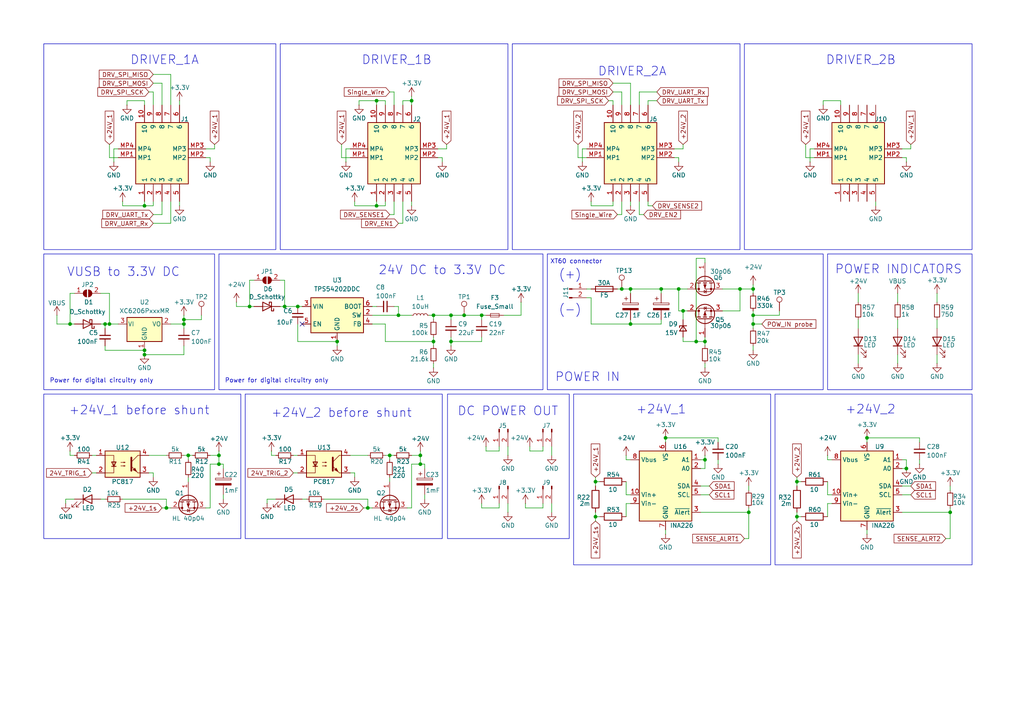
<source format=kicad_sch>
(kicad_sch (version 20231120) (generator "eeschema") (generator_version "8.0")
  (paper "A4")
  (lib_symbols
    (symbol "Connector:Conn_01x02_Pin" (pin_names (offset 1.016) hide)
      (property "Reference" "J" (at 0 2.54 0))
      (property "Value" "Conn_01x02_Pin" (at 0 -5.08 0))
      (symbol "Conn_01x02_Pin_1_1"
        (pin passive line (at 5.08 0 180) (length 3.81) (name "Pin_1") (number "1"))
        (pin passive line (at 5.08 -2.54 180) (length 3.81) (name "Pin_2") (number "2"))
      )
    )
    (symbol "Connector:TestPoint" (pin_numbers hide) (pin_names (offset 0.762) hide)
      (property "Reference" "TP" (at 0 6.858 0))
      (property "Value" "TestPoint" (at 0 5.08 0))
      (symbol "TestPoint_1_1"
        (pin passive line (at 0 0 90) (length 2.54) (name "1") (number "1"))
      )
    )
    (symbol "Device:C_Polarized" (pin_numbers hide) (pin_names (offset 0.254))
      (property "Reference" "C" (at 0.635 2.54 0))
      (property "Value" "C_Polarized" (at 0.635 -2.54 0))
      (symbol "C_Polarized_1_1"
        (pin passive line (at 0 3.81 270) (length 2.794) (name "~") (number "1"))
        (pin passive line (at 0 -3.81 90) (length 2.794) (name "~") (number "2"))
      )
    )
    (symbol "Device:C_Small" (pin_numbers hide) (pin_names (offset 0.254) hide)
      (property "Reference" "C" (at 0.254 1.778 0))
      (property "Value" "C_Small" (at 0.254 -2.032 0))
      (symbol "C_Small_1_1"
        (pin passive line (at 0 2.54 270) (length 2.032) (name "~") (number "1"))
        (pin passive line (at 0 -2.54 90) (length 2.032) (name "~") (number "2"))
      )
    )
    (symbol "Device:D_Schottky" (pin_numbers hide) (pin_names (offset 1.016) hide)
      (property "Reference" "D" (at 0 2.54 0))
      (property "Value" "D_Schottky" (at 0 -2.54 0))
      (symbol "D_Schottky_1_1"
        (pin passive line (at -3.81 0 0) (length 2.54) (name "K") (number "1"))
        (pin passive line (at 3.81 0 180) (length 2.54) (name "A") (number "2"))
      )
    )
    (symbol "Device:D_Zener_Small" (pin_numbers hide) (pin_names (offset 0.254) hide)
      (property "Reference" "D" (at 0 2.286 0))
      (property "Value" "D_Zener_Small" (at 0 -2.286 0))
      (symbol "D_Zener_Small_1_1"
        (pin passive line (at -2.54 0 0) (length 1.778) (name "K") (number "1"))
        (pin passive line (at 2.54 0 180) (length 1.778) (name "A") (number "2"))
      )
    )
    (symbol "Device:Fuse" (pin_numbers hide) (pin_names (offset 0))
      (property "Reference" "F" (at 2.032 0 90))
      (property "Value" "Fuse" (at -1.905 0 90))
      (symbol "Fuse_1_1"
        (pin passive line (at 0 3.81 270) (length 1.27) (name "~") (number "1"))
        (pin passive line (at 0 -3.81 90) (length 1.27) (name "~") (number "2"))
      )
    )
    (symbol "Device:Fuse_Small" (pin_numbers hide) (pin_names (offset 0.254) hide)
      (property "Reference" "F" (at 0 -1.524 0))
      (property "Value" "Fuse_Small" (at 0 1.524 0))
      (symbol "Fuse_Small_1_1"
        (pin passive line (at -2.54 0 0) (length 1.27) (name "~") (number "1"))
        (pin passive line (at 2.54 0 180) (length 1.27) (name "~") (number "2"))
      )
    )
    (symbol "Device:LED" (pin_numbers hide) (pin_names (offset 1.016) hide)
      (property "Reference" "D" (at 0 2.54 0))
      (property "Value" "LED" (at 0 -2.54 0))
      (symbol "LED_1_1"
        (pin passive line (at -3.81 0 0) (length 2.54) (name "K") (number "1"))
        (pin passive line (at 3.81 0 180) (length 2.54) (name "A") (number "2"))
      )
    )
    (symbol "Device:L_Small" (pin_numbers hide) (pin_names (offset 0.254) hide)
      (property "Reference" "L" (at 0.762 1.016 0))
      (property "Value" "L_Small" (at 0.762 -1.016 0))
      (symbol "L_Small_1_1"
        (pin passive line (at 0 2.54 270) (length 0.508) (name "~") (number "1"))
        (pin passive line (at 0 -2.54 90) (length 0.508) (name "~") (number "2"))
      )
    )
    (symbol "Device:R" (pin_numbers hide) (pin_names (offset 0))
      (property "Reference" "R" (at 2.032 0 90))
      (property "Value" "R" (at 0 0 90))
      (symbol "R_1_1"
        (pin passive line (at 0 3.81 270) (length 1.27) (name "~") (number "1"))
        (pin passive line (at 0 -3.81 90) (length 1.27) (name "~") (number "2"))
      )
    )
    (symbol "Device:R_Small" (pin_numbers hide) (pin_names (offset 0.254) hide)
      (property "Reference" "R" (at 0.762 0.508 0))
      (property "Value" "R_Small" (at 0.762 -1.016 0))
      (symbol "R_Small_1_1"
        (pin passive line (at 0 2.54 270) (length 0.762) (name "~") (number "1"))
        (pin passive line (at 0 -2.54 90) (length 0.762) (name "~") (number "2"))
      )
    )
    (symbol "Isolator:PC817" (pin_names (offset 1.016))
      (property "Reference" "U" (at -5.08 5.08 0))
      (property "Value" "PC817" (at 0 5.08 0))
      (symbol "PC817_1_1"
        (pin passive line (at -7.62 2.54 0) (length 2.54) (name "~") (number "1"))
        (pin passive line (at -7.62 -2.54 0) (length 2.54) (name "~") (number "2"))
        (pin passive line (at 7.62 -2.54 180) (length 2.54) (name "~") (number "3"))
        (pin passive line (at 7.62 2.54 180) (length 2.54) (name "~") (number "4"))
      )
    )
    (symbol "Jumper:SolderJumper_2_Open" (pin_names (offset 0) hide)
      (property "Reference" "JP" (at 0 2.032 0))
      (property "Value" "SolderJumper_2_Open" (at 0 -2.54 0))
      (symbol "SolderJumper_2_Open_1_1"
        (pin passive line (at -3.81 0 0) (length 2.54) (name "A") (number "1"))
        (pin passive line (at 3.81 0 180) (length 2.54) (name "B") (number "2"))
      )
    )
    (symbol "Regulator_Linear:XC6206PxxxMR" (pin_names (offset 0.254))
      (property "Reference" "U" (at -3.81 3.175 0))
      (property "Value" "XC6206PxxxMR" (at 0 3.175 0))
      (symbol "XC6206PxxxMR_1_1"
        (pin power_in line (at 0 -7.62 90) (length 2.54) (name "GND") (number "1"))
        (pin power_out line (at 7.62 0 180) (length 2.54) (name "VO") (number "2"))
        (pin power_in line (at -7.62 0 0) (length 2.54) (name "VI") (number "3"))
      )
    )
    (symbol "Regulator_Switching:TPS54202DDC"
      (property "Reference" "U" (at -7.62 6.35 0))
      (property "Value" "TPS54202DDC" (at 0 6.35 0))
      (symbol "TPS54202DDC_1_1"
        (pin power_in line (at 0 -7.62 90) (length 2.54) (name "GND") (number "1"))
        (pin power_out line (at 10.16 0 180) (length 2.54) (name "SW") (number "2"))
        (pin power_in line (at -10.16 2.54 0) (length 2.54) (name "VIN") (number "3"))
        (pin input line (at 10.16 -2.54 180) (length 2.54) (name "FB") (number "4"))
        (pin input line (at -10.16 -2.54 0) (length 2.54) (name "EN") (number "5"))
        (pin passive line (at 10.16 2.54 180) (length 2.54) (name "BOOT") (number "6"))
      )
    )
    (symbol "Sensor_Energy:INA226"
      (property "Reference" "U" (at -6.35 11.43 0))
      (property "Value" "INA226" (at 3.81 11.43 0))
      (symbol "INA226_1_1"
        (pin input line (at 10.16 7.62 180) (length 2.54) (name "A1") (number "1"))
        (pin input line (at -10.16 -2.54 0) (length 2.54) (name "Vin+") (number "10"))
        (pin input line (at 10.16 5.08 180) (length 2.54) (name "A0") (number "2"))
        (pin open_collector line (at 10.16 -7.62 180) (length 2.54) (name "~{Alert}") (number "3"))
        (pin bidirectional line (at 10.16 0 180) (length 2.54) (name "SDA") (number "4"))
        (pin input line (at 10.16 -2.54 180) (length 2.54) (name "SCL") (number "5"))
        (pin power_in line (at 0 12.7 270) (length 2.54) (name "VS") (number "6"))
        (pin power_in line (at 0 -12.7 90) (length 2.54) (name "GND") (number "7"))
        (pin input line (at -10.16 7.62 0) (length 2.54) (name "Vbus") (number "8"))
        (pin input line (at -10.16 -5.08 0) (length 2.54) (name "Vin-") (number "9"))
      )
    )
    (symbol "Transistor_FET:SUD50P04-08" (pin_names hide)
      (property "Reference" "Q" (at 4.953 1.905 0))
      (property "Value" "SUD50P04-08" (at 4.953 0 0))
      (symbol "SUD50P04-08_1_1"
        (pin input line (at -5.08 0 0) (length 2.54) (name "G") (number "1"))
        (pin passive line (at 2.54 5.08 270) (length 2.54) (name "D") (number "2"))
        (pin passive line (at 2.54 -5.08 90) (length 2.54) (name "S") (number "3"))
      )
    )
    (symbol "miscellaneous:BM28B0.6-10DS_2-0.35V_53_"
      (property "Reference" "J" (at 21.59 12.7 0))
      (property "Value" "BM28B0.6-10DS_2-0.35V_53_" (at 21.59 10.16 0))
      (symbol "BM28B0.6-10DS_2-0.35V_53__1_1"
        (pin passive line (at 7.62 -15.24 90) (length 5.08) (name "1") (number "1"))
        (pin passive line (at 7.62 12.7 270) (length 5.08) (name "10") (number "10"))
        (pin passive line (at 10.16 -15.24 90) (length 5.08) (name "2") (number "2"))
        (pin passive line (at 12.7 -15.24 90) (length 5.08) (name "3") (number "3"))
        (pin passive line (at 15.24 -15.24 90) (length 5.08) (name "4") (number "4"))
        (pin passive line (at 17.78 -15.24 90) (length 5.08) (name "5") (number "5"))
        (pin passive line (at 17.78 12.7 270) (length 5.08) (name "6") (number "6"))
        (pin passive line (at 15.24 12.7 270) (length 5.08) (name "7") (number "7"))
        (pin passive line (at 12.7 12.7 270) (length 5.08) (name "8") (number "8"))
        (pin passive line (at 10.16 12.7 270) (length 5.08) (name "9") (number "9"))
        (pin passive line (at 0 -2.54 0) (length 5.08) (name "MP1") (number "MP1"))
        (pin passive line (at 25.4 -2.54 180) (length 5.08) (name "MP2") (number "MP2"))
        (pin passive line (at 25.4 0 180) (length 5.08) (name "MP3") (number "MP3"))
        (pin passive line (at 0 0 0) (length 5.08) (name "MP4") (number "MP4"))
      )
    )
    (symbol "power:+24V" (power) (pin_numbers hide) (pin_names (offset 0) hide)
      (property "Value" "+24V" (at 0 3.556 0))
      (symbol "+24V_1_1"
        (pin power_in line (at 0 0 90) (length 0) (name "~") (number "1"))
      )
    )
    (symbol "power:+3.3V" (power) (pin_numbers hide) (pin_names (offset 0) hide)
      (property "Value" "+3.3V" (at 0 3.556 0))
      (symbol "+3.3V_1_1"
        (pin power_in line (at 0 0 90) (length 0) (name "~") (number "1"))
      )
    )
    (symbol "power:GND" (power) (pin_numbers hide) (pin_names (offset 0) hide)
      (property "Value" "GND" (at 0 -3.81 0))
      (symbol "GND_1_1"
        (pin power_in line (at 0 0 270) (length 0) (name "~") (number "1"))
      )
    )
    (symbol "power:VBUS" (power) (pin_numbers hide) (pin_names (offset 0) hide)
      (property "Value" "VBUS" (at 0 3.556 0))
      (symbol "VBUS_1_1"
        (pin power_in line (at 0 0 90) (length 0) (name "~") (number "1"))
      )
    )
  )
  (junction (at 41.91 59.69))
  (junction (at 214.63 83.82))
  (junction (at 106.68 147.32))
  (junction (at 82.55 88.9))
  (junction (at 41.91 101.6))
  (junction (at 109.22 29.21))
  (junction (at 130.81 99.06))
  (junction (at 53.34 92.71))
  (junction (at 251.46 127))
  (junction (at 231.14 149.86))
  (junction (at 191.77 83.82))
  (junction (at 119.38 29.21))
  (junction (at 204.47 133.35))
  (junction (at 125.73 99.06))
  (junction (at 130.81 91.44))
  (junction (at 86.36 88.9))
  (junction (at 109.22 59.69))
  (junction (at 182.88 93.98))
  (junction (at 218.44 83.82))
  (junction (at 30.48 93.98))
  (junction (at 63.5 132.08))
  (junction (at 134.62 91.44))
  (junction (at 20.32 93.98))
  (junction (at 218.44 91.44))
  (junction (at 53.34 93.98))
  (junction (at 172.72 149.86))
  (junction (at 121.92 134.62))
  (junction (at 275.59 148.59))
  (junction (at 41.91 102.87))
  (junction (at 204.47 99.06))
  (junction (at 217.17 148.59))
  (junction (at 63.5 134.62))
  (junction (at 262.89 135.89))
  (junction (at 115.57 91.44))
  (junction (at 182.88 83.82))
  (junction (at 48.26 147.32))
  (junction (at 172.72 139.7))
  (junction (at 231.14 139.7))
  (junction (at 113.03 132.08))
  (junction (at 193.04 127))
  (junction (at 198.12 90.17))
  (junction (at 54.61 132.08))
  (junction (at 72.39 88.9))
  (junction (at 196.85 83.82))
  (junction (at 201.93 99.06))
  (junction (at 31.75 93.98))
  (junction (at 125.73 91.44))
  (junction (at 121.92 132.08))
  (junction (at 218.44 93.98))
  (junction (at 97.79 99.06))
  (junction (at 180.34 83.82))
  (junction (at 139.7 91.44))
  (no_connect (at 87.63 93.98))
  (wire (pts (xy 217.17 147.32) (xy 217.17 148.59)))
  (wire (pts (xy 240.03 143.51) (xy 241.3 143.51)))
  (wire (pts (xy 20.32 130.81) (xy 20.32 132.08)))
  (wire (pts (xy 251.46 128.27) (xy 251.46 127)))
  (wire (pts (xy 111.76 93.98) (xy 111.76 99.06)))
  (wire (pts (xy 172.72 148.59) (xy 172.72 149.86)))
  (wire (pts (xy 261.62 133.35) (xy 262.89 133.35)))
  (wire (pts (xy 121.92 134.62) (xy 119.38 134.62)))
  (wire (pts (xy 182.88 92.71) (xy 182.88 93.98)))
  (wire (pts (xy 30.48 93.98) (xy 31.75 93.98)))
  (wire (pts (xy 203.2 135.89) (xy 204.47 135.89)))
  (wire (pts (xy 85.09 132.08) (xy 86.36 132.08)))
  (wire (pts (xy 233.68 41.91) (xy 233.68 45.72)))
  (wire (pts (xy 125.73 99.06) (xy 125.73 100.33)))
  (wire (pts (xy 16.51 91.44) (xy 16.51 93.98)))
  (wire (pts (xy 144.78 130.81) (xy 144.78 129.54)))
  (wire (pts (xy 140.97 130.81) (xy 144.78 130.81)))
  (wire (pts (xy 62.23 43.18) (xy 62.23 41.91)))
  (wire (pts (xy 125.73 97.79) (xy 125.73 99.06)))
  (wire (pts (xy 264.16 43.18) (xy 264.16 41.91)))
  (wire (pts (xy 170.18 43.18) (xy 168.91 43.18)))
  (wire (pts (xy 128.27 45.72) (xy 128.27 46.99)))
  (wire (pts (xy 119.38 58.42) (xy 119.38 59.69)))
  (wire (pts (xy 54.61 132.08) (xy 54.61 133.35)))
  (wire (pts (xy 144.78 146.05) (xy 144.78 147.32)))
  (wire (pts (xy 116.84 30.48) (xy 116.84 29.21)))
  (wire (pts (xy 236.22 43.18) (xy 234.95 43.18)))
  (wire (pts (xy 78.74 132.08) (xy 80.01 132.08)))
  (wire (pts (xy 130.81 99.06) (xy 139.7 99.06)))
  (wire (pts (xy 82.55 81.28) (xy 82.55 88.9)))
  (wire (pts (xy 127 45.72) (xy 128.27 45.72)))
  (wire (pts (xy 109.22 59.69) (xy 109.22 58.42)))
  (wire (pts (xy 261.62 43.18) (xy 264.16 43.18)))
  (wire (pts (xy 181.61 139.7) (xy 181.61 143.51)))
  (wire (pts (xy 275.59 156.21) (xy 275.59 148.59)))
  (wire (pts (xy 193.04 127) (xy 208.28 127)))
  (wire (pts (xy 231.14 149.86) (xy 231.14 151.13)))
  (wire (pts (xy 171.45 59.69) (xy 177.8 59.69)))
  (wire (pts (xy 172.72 139.7) (xy 173.99 139.7)))
  (wire (pts (xy 105.41 147.32) (xy 106.68 147.32)))
  (wire (pts (xy 60.96 45.72) (xy 60.96 46.99)))
  (wire (pts (xy 204.47 105.41) (xy 204.47 106.68)))
  (wire (pts (xy 82.55 88.9) (xy 86.36 88.9)))
  (wire (pts (xy 180.34 26.67) (xy 180.34 30.48)))
  (wire (pts (xy 44.45 58.42) (xy 44.45 59.69)))
  (wire (pts (xy 104.14 29.21) (xy 104.14 30.48)))
  (wire (pts (xy 262.89 45.72) (xy 262.89 46.99)))
  (wire (pts (xy 231.14 140.97) (xy 231.14 139.7)))
  (wire (pts (xy 204.47 133.35) (xy 204.47 135.89)))
  (wire (pts (xy 172.72 138.43) (xy 172.72 139.7)))
  (wire (pts (xy 208.28 134.62) (xy 208.28 133.35)))
  (wire (pts (xy 41.91 59.69) (xy 44.45 59.69)))
  (wire (pts (xy 121.92 130.81) (xy 121.92 132.08)))
  (wire (pts (xy 205.74 140.97) (xy 203.2 140.97)))
  (wire (pts (xy 44.45 30.48) (xy 44.45 26.67)))
  (wire (pts (xy 185.42 30.48) (xy 185.42 26.67)))
  (wire (pts (xy 124.46 91.44) (xy 125.73 91.44)))
  (wire (pts (xy 266.7 134.62) (xy 266.7 133.35)))
  (wire (pts (xy 251.46 127) (xy 266.7 127)))
  (wire (pts (xy 121.92 132.08) (xy 121.92 134.62)))
  (wire (pts (xy 111.76 58.42) (xy 111.76 59.69)))
  (wire (pts (xy 218.44 85.09) (xy 218.44 83.82)))
  (wire (pts (xy 41.91 59.69) (xy 41.91 58.42)))
  (wire (pts (xy 248.92 92.71) (xy 248.92 95.25)))
  (wire (pts (xy 49.53 64.77) (xy 44.45 64.77)))
  (wire (pts (xy 125.73 105.41) (xy 125.73 106.68)))
  (wire (pts (xy 187.96 58.42) (xy 187.96 59.69)))
  (wire (pts (xy 41.91 102.87) (xy 53.34 102.87)))
  (wire (pts (xy 152.4 146.05) (xy 152.4 147.32)))
  (wire (pts (xy 53.34 91.44) (xy 53.34 92.71)))
  (wire (pts (xy 21.59 85.09) (xy 20.32 85.09)))
  (wire (pts (xy 130.81 97.79) (xy 130.81 99.06)))
  (wire (pts (xy 231.14 149.86) (xy 232.41 149.86)))
  (wire (pts (xy 275.59 147.32) (xy 275.59 148.59)))
  (wire (pts (xy 99.06 45.72) (xy 101.6 45.72)))
  (wire (pts (xy 31.75 41.91) (xy 31.75 45.72)))
  (wire (pts (xy 171.45 59.69) (xy 171.45 58.42)))
  (wire (pts (xy 261.62 135.89) (xy 262.89 135.89)))
  (wire (pts (xy 196.85 45.72) (xy 196.85 46.99)))
  (wire (pts (xy 58.42 92.71) (xy 53.34 92.71)))
  (wire (pts (xy 115.57 91.44) (xy 107.95 91.44)))
  (wire (pts (xy 123.19 144.78) (xy 123.19 143.51)))
  (wire (pts (xy 218.44 82.55) (xy 218.44 83.82)))
  (wire (pts (xy 231.14 139.7) (xy 232.41 139.7)))
  (wire (pts (xy 196.85 83.82) (xy 199.39 83.82)))
  (wire (pts (xy 49.53 58.42) (xy 49.53 64.77)))
  (wire (pts (xy 41.91 101.6) (xy 41.91 102.87)))
  (wire (pts (xy 153.67 129.54) (xy 153.67 130.81)))
  (wire (pts (xy 171.45 93.98) (xy 171.45 86.36)))
  (wire (pts (xy 139.7 146.05) (xy 139.7 147.32)))
  (wire (pts (xy 172.72 149.86) (xy 172.72 151.13)))
  (wire (pts (xy 113.03 138.43) (xy 113.03 139.7)))
  (wire (pts (xy 217.17 140.97) (xy 217.17 142.24)))
  (wire (pts (xy 177.8 59.69) (xy 177.8 58.42)))
  (wire (pts (xy 102.87 137.16) (xy 102.87 138.43)))
  (wire (pts (xy 46.99 62.23) (xy 44.45 62.23)))
  (wire (pts (xy 111.76 99.06) (xy 125.73 99.06)))
  (wire (pts (xy 86.36 99.06) (xy 97.79 99.06)))
  (wire (pts (xy 139.7 97.79) (xy 139.7 99.06)))
  (wire (pts (xy 182.88 93.98) (xy 191.77 93.98)))
  (wire (pts (xy 218.44 90.17) (xy 218.44 91.44)))
  (wire (pts (xy 274.32 156.21) (xy 275.59 156.21)))
  (wire (pts (xy 214.63 90.17) (xy 214.63 83.82)))
  (wire (pts (xy 81.28 81.28) (xy 82.55 81.28)))
  (wire (pts (xy 204.47 132.08) (xy 204.47 133.35)))
  (wire (pts (xy 102.87 59.69) (xy 109.22 59.69)))
  (wire (pts (xy 16.51 93.98) (xy 20.32 93.98)))
  (wire (pts (xy 226.06 91.44) (xy 218.44 91.44)))
  (wire (pts (xy 214.63 83.82) (xy 218.44 83.82)))
  (wire (pts (xy 111.76 30.48) (xy 111.76 29.21)))
  (wire (pts (xy 63.5 130.81) (xy 63.5 132.08)))
  (wire (pts (xy 177.8 29.21) (xy 176.53 29.21)))
  (wire (pts (xy 240.03 139.7) (xy 240.03 143.51)))
  (wire (pts (xy 147.32 129.54) (xy 147.32 132.08)))
  (wire (pts (xy 30.48 100.33) (xy 30.48 101.6)))
  (wire (pts (xy 172.72 149.86) (xy 173.99 149.86)))
  (wire (pts (xy 109.22 29.21) (xy 111.76 29.21)))
  (wire (pts (xy 125.73 91.44) (xy 130.81 91.44)))
  (wire (pts (xy 68.58 88.9) (xy 72.39 88.9)))
  (wire (pts (xy 119.38 27.94) (xy 119.38 29.21)))
  (wire (pts (xy 182.88 58.42) (xy 182.88 59.69)))
  (wire (pts (xy 119.38 134.62) (xy 119.38 147.32)))
  (wire (pts (xy 48.26 144.78) (xy 48.26 147.32)))
  (wire (pts (xy 177.8 24.13) (xy 182.88 24.13)))
  (wire (pts (xy 231.14 138.43) (xy 231.14 139.7)))
  (wire (pts (xy 193.04 153.67) (xy 193.04 154.94)))
  (wire (pts (xy 101.6 132.08) (xy 106.68 132.08)))
  (wire (pts (xy 191.77 83.82) (xy 182.88 83.82)))
  (wire (pts (xy 199.39 90.17) (xy 198.12 90.17)))
  (wire (pts (xy 53.34 95.25) (xy 53.34 93.98)))
  (wire (pts (xy 195.58 45.72) (xy 196.85 45.72)))
  (wire (pts (xy 30.48 93.98) (xy 30.48 95.25)))
  (wire (pts (xy 262.89 133.35) (xy 262.89 135.89)))
  (wire (pts (xy 201.93 74.93) (xy 201.93 99.06)))
  (wire (pts (xy 72.39 88.9) (xy 73.66 88.9)))
  (wire (pts (xy 31.75 45.72) (xy 34.29 45.72)))
  (wire (pts (xy 204.47 97.79) (xy 204.47 99.06)))
  (wire (pts (xy 201.93 99.06) (xy 204.47 99.06)))
  (wire (pts (xy 49.53 21.59) (xy 49.53 30.48)))
  (wire (pts (xy 243.84 29.21) (xy 243.84 30.48)))
  (wire (pts (xy 111.76 59.69) (xy 109.22 59.69)))
  (wire (pts (xy 35.56 59.69) (xy 41.91 59.69)))
  (wire (pts (xy 107.95 93.98) (xy 111.76 93.98)))
  (wire (pts (xy 93.98 144.78) (xy 106.68 144.78)))
  (wire (pts (xy 139.7 91.44) (xy 139.7 92.71)))
  (wire (pts (xy 234.95 43.18) (xy 234.95 46.99)))
  (wire (pts (xy 271.78 92.71) (xy 271.78 95.25)))
  (wire (pts (xy 99.06 41.91) (xy 99.06 45.72)))
  (wire (pts (xy 46.99 147.32) (xy 48.26 147.32)))
  (wire (pts (xy 130.81 100.33) (xy 130.81 99.06)))
  (wire (pts (xy 218.44 93.98) (xy 220.98 93.98)))
  (wire (pts (xy 240.03 149.86) (xy 240.03 146.05)))
  (wire (pts (xy 198.12 99.06) (xy 201.93 99.06)))
  (wire (pts (xy 29.21 144.78) (xy 30.48 144.78)))
  (wire (pts (xy 146.05 91.44) (xy 151.13 91.44)))
  (wire (pts (xy 26.67 132.08) (xy 27.94 132.08)))
  (wire (pts (xy 187.96 29.21) (xy 190.5 29.21)))
  (wire (pts (xy 248.92 102.87) (xy 248.92 105.41)))
  (wire (pts (xy 64.77 135.89) (xy 64.77 134.62)))
  (wire (pts (xy 52.07 58.42) (xy 52.07 59.69)))
  (wire (pts (xy 140.97 129.54) (xy 140.97 130.81)))
  (wire (pts (xy 260.35 92.71) (xy 260.35 95.25)))
  (wire (pts (xy 19.05 146.05) (xy 19.05 144.78)))
  (wire (pts (xy 115.57 88.9) (xy 115.57 91.44)))
  (wire (pts (xy 209.55 83.82) (xy 214.63 83.82)))
  (wire (pts (xy 87.63 144.78) (xy 88.9 144.78)))
  (wire (pts (xy 59.69 43.18) (xy 62.23 43.18)))
  (wire (pts (xy 181.61 146.05) (xy 182.88 146.05)))
  (wire (pts (xy 116.84 64.77) (xy 115.57 64.77)))
  (wire (pts (xy 53.34 132.08) (xy 54.61 132.08)))
  (wire (pts (xy 60.96 134.62) (xy 60.96 147.32)))
  (wire (pts (xy 44.45 21.59) (xy 49.53 21.59)))
  (wire (pts (xy 179.07 83.82) (xy 180.34 83.82)))
  (wire (pts (xy 114.3 58.42) (xy 114.3 62.23)))
  (wire (pts (xy 215.9 156.21) (xy 217.17 156.21)))
  (wire (pts (xy 72.39 81.28) (xy 72.39 88.9)))
  (wire (pts (xy 196.85 90.17) (xy 196.85 83.82)))
  (wire (pts (xy 46.99 58.42) (xy 46.99 62.23)))
  (wire (pts (xy 191.77 85.09) (xy 191.77 83.82)))
  (wire (pts (xy 34.29 43.18) (xy 33.02 43.18)))
  (wire (pts (xy 153.67 130.81) (xy 157.48 130.81)))
  (wire (pts (xy 77.47 146.05) (xy 77.47 144.78)))
  (wire (pts (xy 139.7 147.32) (xy 144.78 147.32)))
  (wire (pts (xy 53.34 92.71) (xy 53.34 93.98)))
  (wire (pts (xy 114.3 88.9) (xy 115.57 88.9)))
  (wire (pts (xy 240.03 133.35) (xy 241.3 133.35)))
  (wire (pts (xy 26.67 137.16) (xy 27.94 137.16)))
  (wire (pts (xy 107.95 88.9) (xy 109.22 88.9)))
  (wire (pts (xy 177.8 30.48) (xy 177.8 29.21)))
  (wire (pts (xy 193.04 128.27) (xy 193.04 127)))
  (wire (pts (xy 119.38 132.08) (xy 121.92 132.08)))
  (wire (pts (xy 238.76 29.21) (xy 243.84 29.21)))
  (wire (pts (xy 29.21 93.98) (xy 30.48 93.98)))
  (wire (pts (xy 203.2 148.59) (xy 217.17 148.59)))
  (wire (pts (xy 231.14 148.59) (xy 231.14 149.86)))
  (wire (pts (xy 20.32 93.98) (xy 21.59 93.98)))
  (wire (pts (xy 240.03 132.08) (xy 240.03 133.35)))
  (wire (pts (xy 29.21 85.09) (xy 31.75 85.09)))
  (wire (pts (xy 191.77 92.71) (xy 191.77 93.98)))
  (wire (pts (xy 106.68 147.32) (xy 107.95 147.32)))
  (wire (pts (xy 123.19 134.62) (xy 121.92 134.62)))
  (wire (pts (xy 180.34 62.23) (xy 180.34 58.42)))
  (wire (pts (xy 77.47 144.78) (xy 80.01 144.78)))
  (wire (pts (xy 43.18 137.16) (xy 44.45 137.16)))
  (wire (pts (xy 266.7 128.27) (xy 266.7 127)))
  (wire (pts (xy 191.77 83.82) (xy 196.85 83.82)))
  (wire (pts (xy 85.09 137.16) (xy 86.36 137.16)))
  (wire (pts (xy 44.45 24.13) (xy 46.99 24.13)))
  (wire (pts (xy 52.07 29.21) (xy 52.07 30.48)))
  (wire (pts (xy 139.7 91.44) (xy 140.97 91.44)))
  (wire (pts (xy 217.17 156.21) (xy 217.17 148.59)))
  (wire (pts (xy 101.6 43.18) (xy 100.33 43.18)))
  (wire (pts (xy 125.73 91.44) (xy 125.73 92.71)))
  (wire (pts (xy 179.07 62.23) (xy 180.34 62.23)))
  (wire (pts (xy 204.47 74.93) (xy 204.47 76.2)))
  (wire (pts (xy 271.78 102.87) (xy 271.78 105.41)))
  (wire (pts (xy 64.77 134.62) (xy 63.5 134.62)))
  (wire (pts (xy 59.69 45.72) (xy 60.96 45.72)))
  (wire (pts (xy 198.12 43.18) (xy 198.12 41.91)))
  (wire (pts (xy 260.35 85.09) (xy 260.35 87.63)))
  (wire (pts (xy 30.48 101.6) (xy 41.91 101.6)))
  (wire (pts (xy 130.81 91.44) (xy 130.81 92.71)))
  (wire (pts (xy 130.81 91.44) (xy 134.62 91.44)))
  (wire (pts (xy 182.88 83.82) (xy 182.88 85.09)))
  (wire (pts (xy 168.91 43.18) (xy 168.91 46.99)))
  (wire (pts (xy 160.02 146.05) (xy 160.02 148.59)))
  (wire (pts (xy 254 58.42) (xy 254 59.69)))
  (wire (pts (xy 171.45 86.36) (xy 170.18 86.36)))
  (wire (pts (xy 111.76 132.08) (xy 113.03 132.08)))
  (wire (pts (xy 54.61 138.43) (xy 54.61 139.7)))
  (wire (pts (xy 101.6 137.16) (xy 102.87 137.16)))
  (wire (pts (xy 113.03 26.67) (xy 114.3 26.67)))
  (wire (pts (xy 129.54 43.18) (xy 129.54 41.91)))
  (wire (pts (xy 152.4 147.32) (xy 157.48 147.32)))
  (wire (pts (xy 134.62 91.44) (xy 139.7 91.44)))
  (wire (pts (xy 218.44 100.33) (xy 218.44 101.6)))
  (wire (pts (xy 60.96 147.32) (xy 59.69 147.32)))
  (wire (pts (xy 58.42 91.44) (xy 58.42 92.71)))
  (wire (pts (xy 36.83 29.21) (xy 41.91 29.21)))
  (wire (pts (xy 46.99 24.13) (xy 46.99 30.48)))
  (wire (pts (xy 104.14 29.21) (xy 109.22 29.21)))
  (wire (pts (xy 73.66 81.28) (xy 72.39 81.28)))
  (wire (pts (xy 44.45 26.67) (xy 43.18 26.67)))
  (wire (pts (xy 119.38 29.21) (xy 119.38 30.48)))
  (wire (pts (xy 44.45 137.16) (xy 44.45 138.43)))
  (wire (pts (xy 187.96 59.69) (xy 189.23 59.69)))
  (wire (pts (xy 36.83 30.48) (xy 36.83 29.21)))
  (wire (pts (xy 31.75 85.09) (xy 31.75 93.98)))
  (wire (pts (xy 43.18 132.08) (xy 48.26 132.08)))
  (wire (pts (xy 48.26 147.32) (xy 49.53 147.32)))
  (wire (pts (xy 86.36 93.98) (xy 86.36 99.06)))
  (wire (pts (xy 177.8 26.67) (xy 180.34 26.67)))
  (wire (pts (xy 160.02 129.54) (xy 160.02 132.08)))
  (wire (pts (xy 147.32 146.05) (xy 147.32 148.59)))
  (wire (pts (xy 196.85 90.17) (xy 198.12 90.17)))
  (wire (pts (xy 275.59 140.97) (xy 275.59 142.24)))
  (wire (pts (xy 181.61 149.86) (xy 181.61 146.05)))
  (wire (pts (xy 238.76 29.21) (xy 238.76 30.48)))
  (wire (pts (xy 182.88 93.98) (xy 171.45 93.98)))
  (wire (pts (xy 198.12 97.79) (xy 198.12 99.06)))
  (wire (pts (xy 115.57 91.44) (xy 119.38 91.44)))
  (wire (pts (xy 35.56 59.69) (xy 35.56 58.42)))
  (wire (pts (xy 53.34 93.98) (xy 49.53 93.98)))
  (wire (pts (xy 116.84 29.21) (xy 119.38 29.21)))
  (wire (pts (xy 240.03 146.05) (xy 241.3 146.05)))
  (wire (pts (xy 172.72 140.97) (xy 172.72 139.7)))
  (wire (pts (xy 31.75 93.98) (xy 34.29 93.98)))
  (wire (pts (xy 20.32 85.09) (xy 20.32 93.98)))
  (wire (pts (xy 119.38 147.32) (xy 118.11 147.32)))
  (wire (pts (xy 261.62 45.72) (xy 262.89 45.72)))
  (wire (pts (xy 127 43.18) (xy 129.54 43.18)))
  (wire (pts (xy 264.16 140.97) (xy 261.62 140.97)))
  (wire (pts (xy 53.34 100.33) (xy 53.34 102.87)))
  (wire (pts (xy 64.77 144.78) (xy 64.77 143.51)))
  (wire (pts (xy 170.18 83.82) (xy 171.45 83.82)))
  (wire (pts (xy 157.48 130.81) (xy 157.48 129.54)))
  (wire (pts (xy 100.33 43.18) (xy 100.33 46.99)))
  (wire (pts (xy 201.93 74.93) (xy 204.47 74.93)))
  (wire (pts (xy 203.2 133.35) (xy 204.47 133.35)))
  (wire (pts (xy 198.12 90.17) (xy 198.12 92.71)))
  (wire (pts (xy 20.32 132.08) (xy 21.59 132.08)))
  (wire (pts (xy 54.61 132.08) (xy 55.88 132.08)))
  (wire (pts (xy 226.06 90.17) (xy 226.06 91.44)))
  (wire (pts (xy 102.87 59.69) (xy 102.87 58.42)))
  (wire (pts (xy 195.58 43.18) (xy 198.12 43.18)))
  (wire (pts (xy 180.34 83.82) (xy 182.88 83.82)))
  (wire (pts (xy 248.92 85.09) (xy 248.92 87.63)))
  (wire (pts (xy 97.79 99.06) (xy 97.79 100.33)))
  (wire (pts (xy 41.91 29.21) (xy 41.91 30.48)))
  (wire (pts (xy 185.42 26.67) (xy 190.5 26.67)))
  (wire (pts (xy 60.96 132.08) (xy 63.5 132.08)))
  (wire (pts (xy 251.46 153.67) (xy 251.46 154.94)))
  (wire (pts (xy 78.74 130.81) (xy 78.74 132.08)))
  (wire (pts (xy 271.78 85.09) (xy 271.78 87.63)))
  (wire (pts (xy 113.03 132.08) (xy 114.3 132.08)))
  (wire (pts (xy 68.58 87.63) (xy 68.58 88.9)))
  (wire (pts (xy 181.61 143.51) (xy 182.88 143.51)))
  (wire (pts (xy 19.05 144.78) (xy 21.59 144.78)))
  (wire (pts (xy 218.44 91.44) (xy 218.44 93.98)))
  (wire (pts (xy 63.5 132.08) (xy 63.5 134.62)))
  (wire (pts (xy 187.96 30.48) (xy 187.96 29.21)))
  (wire (pts (xy 209.55 90.17) (xy 214.63 90.17)))
  (wire (pts (xy 116.84 58.42) (xy 116.84 64.77)))
  (wire (pts (xy 167.64 45.72) (xy 170.18 45.72)))
  (wire (pts (xy 157.48 147.32) (xy 157.48 146.05)))
  (wire (pts (xy 260.35 102.87) (xy 260.35 105.41)))
  (wire (pts (xy 33.02 43.18) (xy 33.02 46.99)))
  (wire (pts (xy 114.3 26.67) (xy 114.3 30.48)))
  (wire (pts (xy 208.28 128.27) (xy 208.28 127)))
  (wire (pts (xy 182.88 24.13) (xy 182.88 30.48)))
  (wire (pts (xy 185.42 62.23) (xy 186.69 62.23)))
  (wire (pts (xy 167.64 41.91) (xy 167.64 45.72)))
  (wire (pts (xy 86.36 88.9) (xy 87.63 88.9)))
  (wire (pts (xy 63.5 134.62) (xy 60.96 134.62)))
  (wire (pts (xy 181.61 133.35) (xy 182.88 133.35)))
  (wire (pts (xy 123.19 135.89) (xy 123.19 134.62)))
  (wire (pts (xy 106.68 144.78) (xy 106.68 147.32)))
  (wire (pts (xy 35.56 144.78) (xy 48.26 144.78)))
  (wire (pts (xy 233.68 45.72) (xy 236.22 45.72)))
  (wire (pts (xy 82.55 88.9) (xy 81.28 88.9)))
  (wire (pts (xy 218.44 93.98) (xy 218.44 95.25)))
  (wire (pts (xy 151.13 87.63) (xy 151.13 91.44)))
  (wire (pts (xy 113.03 132.08) (xy 113.03 133.35)))
  (wire (pts (xy 181.61 132.08) (xy 181.61 133.35)))
  (wire (pts (xy 185.42 58.42) (xy 185.42 62.23)))
  (wire (pts (xy 261.62 143.51) (xy 264.16 143.51)))
  (wire (pts (xy 114.3 62.23) (xy 113.03 62.23)))
  (wire (pts (xy 203.2 143.51) (xy 205.74 143.51)))
  (wire (pts (xy 109.22 29.21) (xy 109.22 30.48)))
  (wire (pts (xy 275.59 148.59) (xy 261.62 148.59)))
  (wire (pts (xy 204.47 99.06) (xy 204.47 100.33)))
  (rectangle (start 148.59 12.7) (end 214.63 72.39))
  (rectangle (start 71.12 114.3) (end 128.27 156.21))
  (rectangle (start 12.7 73.66) (end 62.23 113.03))
  (rectangle (start 158.75 73.66) (end 238.76 113.03))
  (rectangle (start 240.03 73.66) (end 281.94 113.03))
  (rectangle (start 81.28 12.7) (end 147.32 72.39))
  (rectangle (start 12.7 12.7) (end 80.01 72.39))
  (rectangle (start 215.9 12.7) (end 281.94 72.39))
  (rectangle (start 224.79 114.3) (end 281.94 163.83))
  (rectangle (start 129.794 114.3) (end 165.1 156.21))
  (rectangle (start 166.37 114.3) (end 223.52 163.83))
  (rectangle (start 12.7 114.3) (end 69.85 156.21))
  (rectangle (start 63.5 73.66) (end 157.48 113.03))
  (text "+24V_1 before shunt" (at 40.386 119.126 0) (effects (font (size 2.54 2.54))))
  (text "Power for digital circuitry only" (at 29.464 110.49 0) (effects (font (size 1.27 1.27))))
  (text "+24V_2 before shunt\n" (at 99.06 119.888 0) (effects (font (size 2.54 2.54))))
  (text "DRIVER_1B" (at 115.062 17.526 0) (effects (font (size 2.54 2.54))))
  (text "(+)" (at 165.354 79.756 0) (effects (font (size 2.54 2.54))))
  (text "POWER IN" (at 170.434 109.474 0) (effects (font (size 2.54 2.54))))
  (text "DRIVER_2B" (at 249.682 17.526 0) (effects (font (size 2.54 2.54))))
  (text "XT60 connector" (at 167.132 75.946 0) (effects (font (size 1.27 1.27))))
  (text "VUSB to 3.3V DC" (at 35.814 78.994 0) (effects (font (size 2.54 2.54))))
  (text "24V DC to 3.3V DC" (at 128.27 78.486 0) (effects (font (size 2.54 2.54))))
  (text "+24V_1" (at 191.77 118.872 0) (effects (font (size 2.54 2.54))))
  (text "+24V_2" (at 252.476 118.872 0) (effects (font (size 2.54 2.54))))
  (text "DC POWER OUT" (at 147.32 119.38 0) (effects (font (size 2.54 2.54))))
  (text "DRIVER_2A" (at 183.388 20.828 0) (effects (font (size 2.54 2.54))))
  (text "(-)" (at 165.354 89.916 0) (effects (font (size 2.54 2.54))))
  (text "POWER INDICATORS" (at 260.604 78.232 0) (effects (font (size 2.54 2.54))))
  (text "Power for digital circuitry only" (at 80.264 110.49 0) (effects (font (size 1.27 1.27))))
  (text "DRIVER_1A" (at 47.752 17.526 0) (effects (font (size 2.54 2.54))))
  (global_label "+24V_1" (shape input) (at 264.16 41.91 90) (property "Intersheetrefs" "${INTERSHEET_REFS}" (effects (hide yes))))
  (global_label "DRV_SPI_MISO" (shape input) (at 44.45 21.59 180) (property "Intersheetrefs" "${INTERSHEET_REFS}" (effects (hide yes))))
  (global_label "24V_TRIG_1" (shape input) (at 26.67 137.16 180) (property "Intersheetrefs" "${INTERSHEET_REFS}" (effects (hide yes))))
  (global_label "DRV_UART_Rx" (shape input) (at 190.5 26.67 0) (property "Intersheetrefs" "${INTERSHEET_REFS}" (effects (hide yes))))
  (global_label "DRV_EN1" (shape input) (at 115.57 64.77 180) (property "Intersheetrefs" "${INTERSHEET_REFS}" (effects (hide yes))))
  (global_label "DRV_SPI_MOSI" (shape input) (at 177.8 26.67 180) (property "Intersheetrefs" "${INTERSHEET_REFS}" (effects (hide yes))))
  (global_label "Single_Wire" (shape input) (at 113.03 26.67 180) (property "Intersheetrefs" "${INTERSHEET_REFS}" (effects (hide yes))))
  (global_label "Single_Wire" (shape input) (at 179.07 62.23 180) (property "Intersheetrefs" "${INTERSHEET_REFS}" (effects (hide yes))))
  (global_label "+24V_1" (shape input) (at 233.68 41.91 90) (property "Intersheetrefs" "${INTERSHEET_REFS}" (effects (hide yes))))
  (global_label "+24V_2s" (shape input) (at 231.14 151.13 270) (property "Intersheetrefs" "${INTERSHEET_REFS}" (effects (hide yes))))
  (global_label "+24V_2" (shape input) (at 167.64 41.91 90) (property "Intersheetrefs" "${INTERSHEET_REFS}" (effects (hide yes))))
  (global_label "+24V_1" (shape input) (at 99.06 41.91 90) (property "Intersheetrefs" "${INTERSHEET_REFS}" (effects (hide yes))))
  (global_label "+24V_2" (shape input) (at 231.14 138.43 90) (property "Intersheetrefs" "${INTERSHEET_REFS}" (effects (hide yes))))
  (global_label "SENSE_ALRT1" (shape input) (at 215.9 156.21 180) (property "Intersheetrefs" "${INTERSHEET_REFS}" (effects (hide yes))))
  (global_label "DRV_UART_Tx" (shape input) (at 44.45 62.23 180) (property "Intersheetrefs" "${INTERSHEET_REFS}" (effects (hide yes))))
  (global_label "DRV_SENSE1" (shape input) (at 113.03 62.23 180) (property "Intersheetrefs" "${INTERSHEET_REFS}" (effects (hide yes))))
  (global_label "DRV_EN2" (shape input) (at 186.69 62.23 0) (property "Intersheetrefs" "${INTERSHEET_REFS}" (effects (hide yes))))
  (global_label "+24V_1" (shape input) (at 129.54 41.91 90) (property "Intersheetrefs" "${INTERSHEET_REFS}" (effects (hide yes))))
  (global_label "+24V_1" (shape input) (at 31.75 41.91 90) (property "Intersheetrefs" "${INTERSHEET_REFS}" (effects (hide yes))))
  (global_label "SDA1" (shape input) (at 205.74 140.97 0) (property "Intersheetrefs" "${INTERSHEET_REFS}" (effects (hide yes))))
  (global_label "+24V_1" (shape input) (at 62.23 41.91 90) (property "Intersheetrefs" "${INTERSHEET_REFS}" (effects (hide yes))))
  (global_label "DRV_SPI_SCK" (shape input) (at 43.18 26.67 180) (property "Intersheetrefs" "${INTERSHEET_REFS}" (effects (hide yes))))
  (global_label "+24V_2" (shape input) (at 198.12 41.91 90) (property "Intersheetrefs" "${INTERSHEET_REFS}" (effects (hide yes))))
  (global_label "SCL1" (shape input) (at 264.16 143.51 0) (property "Intersheetrefs" "${INTERSHEET_REFS}" (effects (hide yes))))
  (global_label "DRV_UART_Tx" (shape input) (at 190.5 29.21 0) (property "Intersheetrefs" "${INTERSHEET_REFS}" (effects (hide yes))))
  (global_label "+24V_1s" (shape input) (at 172.72 151.13 270) (property "Intersheetrefs" "${INTERSHEET_REFS}" (effects (hide yes))))
  (global_label "+24V_1s" (shape input) (at 46.99 147.32 180) (property "Intersheetrefs" "${INTERSHEET_REFS}" (effects (hide yes))))
  (global_label "POW_IN probe" (shape input) (at 220.98 93.98 0) (property "Intersheetrefs" "${INTERSHEET_REFS}" (effects (hide yes))))
  (global_label "DRV_SPI_SCK" (shape input) (at 176.53 29.21 180) (property "Intersheetrefs" "${INTERSHEET_REFS}" (effects (hide yes))))
  (global_label "24V_TRIG_2" (shape input) (at 85.09 137.16 180) (property "Intersheetrefs" "${INTERSHEET_REFS}" (effects (hide yes))))
  (global_label "DRV_SPI_MOSI" (shape input) (at 44.45 24.13 180) (property "Intersheetrefs" "${INTERSHEET_REFS}" (effects (hide yes))))
  (global_label "SCL1" (shape input) (at 205.74 143.51 0) (property "Intersheetrefs" "${INTERSHEET_REFS}" (effects (hide yes))))
  (global_label "DRV_UART_Rx" (shape input) (at 44.45 64.77 180) (property "Intersheetrefs" "${INTERSHEET_REFS}" (effects (hide yes))))
  (global_label "SENSE_ALRT2" (shape input) (at 274.32 156.21 180) (property "Intersheetrefs" "${INTERSHEET_REFS}" (effects (hide yes))))
  (global_label "+24V_2s" (shape input) (at 105.41 147.32 180) (property "Intersheetrefs" "${INTERSHEET_REFS}" (effects (hide yes))))
  (global_label "+24V_1" (shape input) (at 172.72 138.43 90) (property "Intersheetrefs" "${INTERSHEET_REFS}" (effects (hide yes))))
  (global_label "SDA1" (shape input) (at 264.16 140.97 0) (property "Intersheetrefs" "${INTERSHEET_REFS}" (effects (hide yes))))
  (global_label "DRV_SPI_MISO" (shape input) (at 177.8 24.13 180) (property "Intersheetrefs" "${INTERSHEET_REFS}" (effects (hide yes))))
  (global_label "DRV_SENSE2" (shape input) (at 189.23 59.69 0) (property "Intersheetrefs" "${INTERSHEET_REFS}" (effects (hide yes))))
  (symbol (lib_id "Connector:Conn_01x02_Pin") (at 165.1 83.82 0) (unit 1)
    (property "Reference" "J11" (at 164.084 84.836 90))
    (property "Value" "Conn_01x02_Pin" (effects (hide yes)))
    (property "Description" "Generic connector, single row, 01x02, script generated" (effects (hide yes)))
  )
  (symbol (lib_id "Device:C_Small") (at 53.34 97.79 0) (unit 1)
    (property "Reference" "C7" (at 55.372 96.52 0) (effects (justify left)))
    (property "Value" "100nF" (at 55.372 99.06 0) (effects (justify left)))
    (property "Description" "Unpolarized capacitor, small symbol" (effects (hide yes)))
  )
  (symbol (lib_id "power:+3.3V") (at 20.32 130.81 0) (unit 1)
    (property "Reference" "#PWR0100" (effects (hide yes)))
    (property "Value" "+3.3V" (at 20.32 127 0))
    (property "Description" "Power symbol creates a global label with name \"+3.3V\"" (effects (hide yes)))
  )
  (symbol (lib_id "Device:R_Small") (at 50.8 132.08 90) (mirror x) (unit 1)
    (property "Reference" "R11" (at 52.832 133.858 90) (effects (justify left)))
    (property "Value" "5k" (at 52.07 130.302 90) (effects (justify left)))
    (property "Description" "Resistor, small symbol" (effects (hide yes)))
  )
  (symbol (lib_id "Regulator_Linear:XC6206PxxxMR") (at 41.91 93.98 0) (unit 1)
    (property "Reference" "U2" (at 41.91 87.63 0))
    (property "Value" "XC6206PxxxMR" (at 41.91 90.17 0))
    (property "Footprint" "Package_TO_SOT_SMD:SOT-23-3" (effects (hide yes)))
    (property "Datasheet" "https://www.torexsemi.com/file/xc6206/XC6206.pdf" (effects (hide yes)))
    (property "Description" "Positive 60-250mA Low Dropout Regulator, Fixed Output, SOT-23" (effects (hide yes)))
  )
  (symbol (lib_id "Device:R_Small") (at 54.61 135.89 0) (mirror x) (unit 1)
    (property "Reference" "R40" (at 55.372 136.144 0) (effects (justify left)))
    (property "Value" "220" (at 55.372 137.922 0) (effects (justify left)))
    (property "Description" "Resistor, small symbol" (effects (hide yes)))
  )
  (symbol (lib_id "power:GND") (at 128.27 46.99 0) (unit 1)
    (property "Reference" "#PWR052" (effects (hide yes)))
    (property "Value" "GND" (at 128.27 50.8 0))
    (property "Description" "Power symbol creates a global label with name \"GND\" , ground" (effects (hide yes)))
  )
  (symbol (lib_id "power:GND") (at 52.07 59.69 0) (unit 1)
    (property "Reference" "#PWR021" (effects (hide yes)))
    (property "Value" "GND" (at 52.07 63.5 0))
    (property "Description" "Power symbol creates a global label with name \"GND\" , ground" (effects (hide yes)))
  )
  (symbol (lib_id "power:+24V") (at 68.58 87.63 0) (unit 1)
    (property "Reference" "#PWR014" (effects (hide yes)))
    (property "Value" "+24V" (at 68.58 82.55 0))
    (property "Description" "Power symbol creates a global label with name \"+24V\"" (effects (hide yes)))
  )
  (symbol (lib_id "Device:L_Small") (at 121.92 91.44 90) (unit 1)
    (property "Reference" "L1" (at 121.92 86.36 90))
    (property "Value" "10uH" (at 121.92 88.9 90))
    (property "Description" "Inductor, small symbol" (effects (hide yes)))
  )
  (symbol (lib_id "Device:R_Small") (at 260.35 90.17 0) (unit 1)
    (property "Reference" "R58" (at 261.366 89.154 0) (effects (justify left)))
    (property "Value" "1k" (at 261.366 91.186 0) (effects (justify left)))
    (property "Description" "Resistor, small symbol" (effects (hide yes)))
  )
  (symbol (lib_id "Device:R_Small") (at 116.84 132.08 90) (mirror x) (unit 1)
    (property "Reference" "R23" (at 118.872 133.858 90) (effects (justify left)))
    (property "Value" "5k" (at 118.11 130.302 90) (effects (justify left)))
    (property "Description" "Resistor, small symbol" (effects (hide yes)))
  )
  (symbol (lib_id "Device:R_Small") (at 58.42 132.08 90) (mirror x) (unit 1)
    (property "Reference" "R12" (at 60.452 133.858 90) (effects (justify left)))
    (property "Value" "5k" (at 59.69 130.302 90) (effects (justify left)))
    (property "Description" "Resistor, small symbol" (effects (hide yes)))
  )
  (symbol (lib_id "miscellaneous:BM28B0.6-10DS_2-0.35V_53_") (at 170.18 43.18 0) (unit 1)
    (property "Reference" "J6" (at 189.484 34.544 0))
    (property "Value" "BM28B0.6-10DS_2-0.35V_53_" (effects (hide yes)))
    (property "Footprint" "miscallenous:BM28B0610DS2035V53" (effects (hide yes)))
    (property "Datasheet" "https://www.hirose.com/product/download/?distributor=digikey&type=2d&lang=en&num=BM28B0.6-10DS/2-0.35V(53)" (effects (hide yes)))
    (property "Description" "Board to Board & Mezzanine Connectors 10P Receptacle Straight SMT" (effects (hide yes)))
    (property "Height" "0.7" (effects (hide yes)))
    (property "Mouser Part Number" "798-28B0610DS2035V53" (effects (hide yes)))
    (property "Mouser Price/Stock" "https://www.mouser.co.uk/ProductDetail/Hirose-Connector/BM28B0.6-10DS-2-0.35V53?qs=1mbolxNpo8finYhdpJM4RA%3D%3D" (effects (hide yes)))
    (property "Manufacturer_Name" "Hirose" (effects (hide yes)))
    (property "Manufacturer_Part_Number" "BM28B0.6-10DS/2-0.35V(53)" (effects (hide yes)))
  )
  (symbol (lib_id "power:GND") (at 262.89 46.99 0) (unit 1)
    (property "Reference" "#PWR097" (effects (hide yes)))
    (property "Value" "GND" (at 262.89 50.8 0))
    (property "Description" "Power symbol creates a global label with name \"GND\" , ground" (effects (hide yes)))
  )
  (symbol (lib_id "Transistor_FET:SUD50P04-08") (at 204.47 92.71 90) (unit 1)
    (property "Reference" "Q5" (at 208.788 92.71 90))
    (property "Value" "30p06" (at 209.042 94.488 90))
    (property "Footprint" "Package_TO_SOT_SMD:TO-252-2" (effects (hide yes)))
    (property "Datasheet" "https://www.vishay.com/docs/65594/sud50p04-08.pdf" (effects (hide yes)))
    (property "Description" "-50A Id, -40V Vds, TrenchFET P-Channel Power MOSFET, 8.1mOhm Ron, 159nC Qg, -55 to 150 °C, TO-252-2" (effects (hide yes)))
  )
  (symbol (lib_id "power:+24V") (at 218.44 82.55 0) (unit 1)
    (property "Reference" "#PWR0105" (effects (hide yes)))
    (property "Value" "+24V" (at 218.44 77.47 0))
    (property "Description" "Power symbol creates a global label with name \"+24V\"" (effects (hide yes)))
  )
  (symbol (lib_id "Device:C_Polarized") (at 191.77 88.9 0) (unit 1)
    (property "Reference" "C26" (at 189.484 91.44 0))
    (property "Value" "1F" (at 193.548 91.44 0))
    (property "Description" "Polarized capacitor" (effects (hide yes)))
  )
  (symbol (lib_id "Jumper:SolderJumper_2_Open") (at 25.4 85.09 0) (unit 1)
    (property "Reference" "JP2" (at 25.4 82.55 0))
    (property "Value" "SolderJumper_2_Open" (effects (hide yes)))
    (property "Description" "Solder Jumper, 2-pole, open" (effects (hide yes)))
  )
  (symbol (lib_id "Device:R_Small") (at 82.55 132.08 270) (unit 1)
    (property "Reference" "R17" (at 80.772 133.858 90) (effects (justify left)))
    (property "Value" "100" (at 80.772 130.302 90) (effects (justify left)))
    (property "Description" "Resistor, small symbol" (effects (hide yes)))
  )
  (symbol (lib_id "Regulator_Switching:TPS54202DDC") (at 97.79 91.44 0) (unit 1)
    (property "Reference" "U3" (at 97.79 81.28 0))
    (property "Value" "TPS54202DDC" (at 97.79 83.82 0))
    (property "Footprint" "Package_TO_SOT_SMD:SOT-23-6" (effects (hide yes)))
    (property "Datasheet" "http://www.ti.com/lit/ds/symlink/tps54202.pdf" (effects (hide yes)))
    (property "Description" "2A, 4.5 to 28V Input, EMI Friendly integrated switch synchronous step-down regulator, pulse-skipping, SOT-23-6" (effects (hide yes)))
  )
  (symbol (lib_id "power:VBUS") (at 16.51 91.44 0) (unit 1)
    (property "Reference" "#PWR013" (effects (hide yes)))
    (property "Value" "VBUS" (at 16.51 87.884 0))
    (property "Description" "Power symbol creates a global label with name \"VBUS\"" (effects (hide yes)))
  )
  (symbol (lib_id "power:GND") (at 160.02 132.08 0) (unit 1)
    (property "Reference" "#PWR063" (effects (hide yes)))
    (property "Value" "GND" (at 160.02 135.89 0))
    (property "Description" "Power symbol creates a global label with name \"GND\" , ground" (effects (hide yes)))
  )
  (symbol (lib_id "Device:R_Small") (at 125.73 95.25 0) (mirror y) (unit 1)
    (property "Reference" "R5" (at 124.206 94.488 0) (effects (justify left)))
    (property "Value" "100k" (at 124.206 96.52 0) (effects (justify left)))
    (property "Description" "Resistor, small symbol" (effects (hide yes)))
  )
  (symbol (lib_id "Device:Fuse_Small") (at 143.51 91.44 0) (unit 1)
    (property "Reference" "F3" (at 143.51 86.36 0))
    (property "Value" "Fuse_Small" (at 143.51 88.9 0))
    (property "Description" "Fuse, small symbol" (effects (hide yes)))
  )
  (symbol (lib_id "Connector:TestPoint") (at 134.62 91.44 0) (unit 1)
    (property "Reference" "TP1" (at 132.842 86.106 0) (effects (justify left)))
    (property "Value" "TestPoint" (effects (hide yes)))
    (property "Description" "test point" (effects (hide yes)))
  )
  (symbol (lib_id "power:GND") (at 104.14 30.48 0) (unit 1)
    (property "Reference" "#PWR048" (effects (hide yes)))
    (property "Value" "GND" (at 104.14 34.29 0))
    (property "Description" "Power symbol creates a global label with name \"GND\" , ground" (effects (hide yes)))
  )
  (symbol (lib_id "power:+3.3V") (at 193.04 127 0) (unit 1)
    (property "Reference" "#PWR039" (effects (hide yes)))
    (property "Value" "+3.3V" (at 193.04 123.19 0))
    (property "Description" "Power symbol creates a global label with name \"+3.3V\"" (effects (hide yes)))
  )
  (symbol (lib_id "power:+3.3V") (at 171.45 58.42 0) (mirror y) (unit 1)
    (property "Reference" "#PWR054" (effects (hide yes)))
    (property "Value" "+3.3V" (at 171.45 54.61 0))
    (property "Description" "Power symbol creates a global label with name \"+3.3V\"" (effects (hide yes)))
  )
  (symbol (lib_id "power:GND") (at 77.47 146.05 0) (unit 1)
    (property "Reference" "#PWR050" (effects (hide yes)))
    (property "Value" "GND" (at 77.47 149.86 0))
    (property "Description" "Power symbol creates a global label with name \"GND\" , ground" (effects (hide yes)))
  )
  (symbol (lib_id "Device:LED") (at 260.35 99.06 90) (unit 1)
    (property "Reference" "D14" (at 261.874 98.298 90) (effects (justify right)))
    (property "Value" "LED" (at 261.874 100.076 90) (effects (justify right)))
    (property "Description" "Light emitting diode" (effects (hide yes)))
  )
  (symbol (lib_id "power:GND") (at 130.81 100.33 0) (unit 1)
    (property "Reference" "#PWR019" (effects (hide yes)))
    (property "Value" "GND" (at 130.81 104.14 0))
    (property "Description" "Power symbol creates a global label with name \"GND\" , ground" (effects (hide yes)))
  )
  (symbol (lib_id "Device:LED") (at 83.82 144.78 0) (unit 1)
    (property "Reference" "D5" (at 85.09 141.986 0) (effects (justify right)))
    (property "Value" "LED" (at 85.852 147.32 0) (effects (justify right)))
    (property "Description" "Light emitting diode" (effects (hide yes)))
  )
  (symbol (lib_id "Device:C_Small") (at 30.48 97.79 0) (mirror y) (unit 1)
    (property "Reference" "C5" (at 28.448 96.52 0) (effects (justify left)))
    (property "Value" "100nF" (at 28.448 99.06 0) (effects (justify left)))
    (property "Description" "Unpolarized capacitor, small symbol" (effects (hide yes)))
  )
  (symbol (lib_id "Device:R_Small") (at 91.44 144.78 90) (mirror x) (unit 1)
    (property "Reference" "R19" (at 93.472 146.558 90) (effects (justify left)))
    (property "Value" "10k" (at 92.964 143.002 90) (effects (justify left)))
    (property "Description" "Resistor, small symbol" (effects (hide yes)))
  )
  (symbol (lib_id "power:GND") (at 19.05 146.05 0) (unit 1)
    (property "Reference" "#PWR046" (effects (hide yes)))
    (property "Value" "GND" (at 19.05 149.86 0))
    (property "Description" "Power symbol creates a global label with name \"GND\" , ground" (effects (hide yes)))
  )
  (symbol (lib_id "Transistor_FET:SUD50P04-08") (at 204.47 81.28 90) (mirror x) (unit 1)
    (property "Reference" "Q6" (at 208.28 80.518 90))
    (property "Value" "30p06" (at 209.042 78.74 90))
    (property "Footprint" "Package_TO_SOT_SMD:TO-252-2" (effects (hide yes)))
    (property "Datasheet" "https://www.vishay.com/docs/65594/sud50p04-08.pdf" (effects (hide yes)))
    (property "Description" "-50A Id, -40V Vds, TrenchFET P-Channel Power MOSFET, 8.1mOhm Ron, 159nC Qg, -55 to 150 °C, TO-252-2" (effects (hide yes)))
  )
  (symbol (lib_id "power:+3.3V") (at 152.4 146.05 0) (unit 1)
    (property "Reference" "#PWR011" (effects (hide yes)))
    (property "Value" "+3.3V" (at 152.4 142.24 0))
    (property "Description" "Power symbol creates a global label with name \"+3.3V\"" (effects (hide yes)))
  )
  (symbol (lib_id "Device:R_Small") (at 218.44 97.79 0) (unit 1)
    (property "Reference" "R47" (at 219.456 96.774 0) (effects (justify left)))
    (property "Value" "20k" (at 219.456 98.806 0) (effects (justify left)))
    (property "Description" "Resistor, small symbol" (effects (hide yes)))
  )
  (symbol (lib_id "power:GND") (at 271.78 105.41 0) (unit 1)
    (property "Reference" "#PWR0157" (effects (hide yes)))
    (property "Value" "GND" (at 271.78 109.22 0))
    (property "Description" "Power symbol creates a global label with name \"GND\" , ground" (effects (hide yes)))
  )
  (symbol (lib_id "Isolator:PC817") (at 93.98 134.62 0) (unit 1)
    (property "Reference" "U13" (at 93.98 129.794 0))
    (property "Value" "PC817" (at 93.98 139.7 0))
    (property "Footprint" "Package_DIP:DIP-4_W7.62mm" (effects (hide yes)))
    (property "Datasheet" "http://www.soselectronic.cz/a_info/resource/d/pc817.pdf" (effects (hide yes)))
    (property "Description" "DC Optocoupler, Vce 35V, CTR 50-300%, DIP-4" (effects (hide yes)))
  )
  (symbol (lib_id "power:GND") (at 248.92 105.41 0) (unit 1)
    (property "Reference" "#PWR0155" (effects (hide yes)))
    (property "Value" "GND" (at 248.92 109.22 0))
    (property "Description" "Power symbol creates a global label with name \"GND\" , ground" (effects (hide yes)))
  )
  (symbol (lib_id "power:GND") (at 160.02 148.59 0) (unit 1)
    (property "Reference" "#PWR059" (effects (hide yes)))
    (property "Value" "GND" (at 160.02 152.4 0))
    (property "Description" "Power symbol creates a global label with name \"GND\" , ground" (effects (hide yes)))
  )
  (symbol (lib_id "power:+3.3V") (at 204.47 132.08 0) (unit 1)
    (property "Reference" "#PWR080" (effects (hide yes)))
    (property "Value" "+3.3V" (at 204.47 128.27 0))
    (property "Description" "Power symbol creates a global label with name \"+3.3V\"" (effects (hide yes)))
  )
  (symbol (lib_id "power:GND") (at 125.73 106.68 0) (unit 1)
    (property "Reference" "#PWR018" (effects (hide yes)))
    (property "Value" "GND" (at 125.73 110.49 0))
    (property "Description" "Power symbol creates a global label with name \"GND\" , ground" (effects (hide yes)))
  )
  (symbol (lib_id "power:+24V") (at 140.97 129.54 0) (mirror y) (unit 1)
    (property "Reference" "#PWR044" (effects (hide yes)))
    (property "Value" "+24V" (at 137.922 127 0))
    (property "Description" "Power symbol creates a global label with name \"+24V\"" (effects (hide yes)))
  )
  (symbol (lib_id "power:+24V") (at 63.5 130.81 0) (unit 1)
    (property "Reference" "#PWR067" (effects (hide yes)))
    (property "Value" "+24V" (at 63.5 127.254 0))
    (property "Description" "Power symbol creates a global label with name \"+24V\"" (effects (hide yes)))
  )
  (symbol (lib_id "power:GND") (at 218.44 101.6 0) (unit 1)
    (property "Reference" "#PWR0106" (effects (hide yes)))
    (property "Value" "GND" (at 218.44 105.41 0))
    (property "Description" "Power symbol creates a global label with name \"GND\" , ground" (effects (hide yes)))
  )
  (symbol (lib_id "Device:R_Small") (at 204.47 102.87 0) (unit 1)
    (property "Reference" "R45" (at 205.486 102.108 0) (effects (justify left)))
    (property "Value" "10k" (at 205.486 104.14 0) (effects (justify left)))
    (property "Description" "Resistor, small symbol" (effects (hide yes)))
  )
  (symbol (lib_id "Connector:Conn_01x02_Pin") (at 144.78 124.46 90) (mirror x) (unit 1)
    (property "Reference" "J5" (at 145.796 123.444 90))
    (property "Value" "Conn_01x02_Pin" (effects (hide yes)))
    (property "Description" "Generic connector, single row, 01x02, script generated" (effects (hide yes)))
  )
  (symbol (lib_id "power:GND") (at 254 59.69 0) (unit 1)
    (property "Reference" "#PWR096" (effects (hide yes)))
    (property "Value" "GND" (at 254 63.5 0))
    (property "Description" "Power symbol creates a global label with name \"GND\" , ground" (effects (hide yes)))
  )
  (symbol (lib_id "power:GND") (at 234.95 46.99 0) (unit 1)
    (property "Reference" "#PWR057" (effects (hide yes)))
    (property "Value" "GND" (at 234.95 50.8 0))
    (property "Description" "Power symbol creates a global label with name \"GND\" , ground" (effects (hide yes)))
  )
  (symbol (lib_id "Connector:TestPoint") (at 226.06 90.17 0) (unit 1)
    (property "Reference" "TP3" (at 224.282 84.836 0) (effects (justify left)))
    (property "Value" "TestPoint" (effects (hide yes)))
    (property "Description" "test point" (effects (hide yes)))
  )
  (symbol (lib_id "power:GND") (at 147.32 148.59 0) (unit 1)
    (property "Reference" "#PWR062" (effects (hide yes)))
    (property "Value" "GND" (at 147.32 152.4 0))
    (property "Description" "Power symbol creates a global label with name \"GND\" , ground" (effects (hide yes)))
  )
  (symbol (lib_id "Device:R_Small") (at 218.44 87.63 0) (unit 1)
    (property "Reference" "R46" (at 219.456 86.614 0) (effects (justify left)))
    (property "Value" "330k" (at 219.456 88.646 0) (effects (justify left)))
    (property "Description" "Resistor, small symbol" (effects (hide yes)))
  )
  (symbol (lib_id "Device:R") (at 172.72 144.78 0) (mirror y) (unit 1)
    (property "Reference" "R22" (at 171.196 144.272 0) (effects (justify left)))
    (property "Value" "2m" (at 171.196 146.05 0) (effects (justify left)))
    (property "Description" "Resistor" (effects (hide yes)))
  )
  (symbol (lib_id "Device:C_Polarized") (at 182.88 88.9 0) (unit 1)
    (property "Reference" "C27" (at 180.34 91.44 0))
    (property "Value" "1F" (at 184.658 91.44 0))
    (property "Description" "Polarized capacitor" (effects (hide yes)))
  )
  (symbol (lib_id "Device:R_Small") (at 248.92 90.17 0) (unit 1)
    (property "Reference" "R57" (at 249.936 89.154 0) (effects (justify left)))
    (property "Value" "10k" (at 249.936 91.186 0) (effects (justify left)))
    (property "Description" "Resistor, small symbol" (effects (hide yes)))
  )
  (symbol (lib_id "power:GND") (at 238.76 30.48 0) (unit 1)
    (property "Reference" "#PWR095" (effects (hide yes)))
    (property "Value" "GND" (at 238.76 34.29 0))
    (property "Description" "Power symbol creates a global label with name \"GND\" , ground" (effects (hide yes)))
  )
  (symbol (lib_id "Device:C_Small") (at 86.36 91.44 0) (mirror y) (unit 1)
    (property "Reference" "C6" (at 84.836 90.17 0) (effects (justify left)))
    (property "Value" "10uF" (at 85.09 93.472 0) (effects (justify left)))
    (property "Description" "Unpolarized capacitor, small symbol" (effects (hide yes)))
  )
  (symbol (lib_id "Connector:TestPoint") (at 58.42 91.44 0) (unit 1)
    (property "Reference" "TP2" (at 56.642 86.106 0) (effects (justify left)))
    (property "Value" "TestPoint" (effects (hide yes)))
    (property "Description" "test point" (effects (hide yes)))
  )
  (symbol (lib_id "power:GND") (at 41.91 102.87 0) (unit 1)
    (property "Reference" "#PWR015" (effects (hide yes)))
    (property "Value" "GND" (at 41.91 106.68 0))
    (property "Description" "Power symbol creates a global label with name \"GND\" , ground" (effects (hide yes)))
  )
  (symbol (lib_id "power:GND") (at 204.47 106.68 0) (unit 1)
    (property "Reference" "#PWR0104" (effects (hide yes)))
    (property "Value" "GND" (at 204.47 110.49 0))
    (property "Description" "Power symbol creates a global label with name \"GND\" , ground" (effects (hide yes)))
  )
  (symbol (lib_id "power:GND") (at 102.87 138.43 0) (unit 1)
    (property "Reference" "#PWR069" (effects (hide yes)))
    (property "Value" "GND" (at 102.87 142.24 0))
    (property "Description" "Power symbol creates a global label with name \"GND\" , ground" (effects (hide yes)))
  )
  (symbol (lib_id "power:GND") (at 44.45 138.43 0) (unit 1)
    (property "Reference" "#PWR065" (effects (hide yes)))
    (property "Value" "GND" (at 44.45 142.24 0))
    (property "Description" "Power symbol creates a global label with name \"GND\" , ground" (effects (hide yes)))
  )
  (symbol (lib_id "power:GND") (at 97.79 100.33 0) (unit 1)
    (property "Reference" "#PWR016" (effects (hide yes)))
    (property "Value" "GND" (at 97.79 104.14 0))
    (property "Description" "Power symbol creates a global label with name \"GND\" , ground" (effects (hide yes)))
  )
  (symbol (lib_id "power:+24V") (at 121.92 130.81 0) (unit 1)
    (property "Reference" "#PWR070" (effects (hide yes)))
    (property "Value" "+24V" (at 121.92 127.254 0))
    (property "Description" "Power symbol creates a global label with name \"+24V\"" (effects (hide yes)))
  )
  (symbol (lib_id "miscellaneous:BM28B0.6-10DS_2-0.35V_53_") (at 236.22 43.18 0) (unit 1)
    (property "Reference" "J10" (at 255.524 34.544 0))
    (property "Value" "BM28B0.6-10DS_2-0.35V_53_" (effects (hide yes)))
    (property "Footprint" "miscallenous:BM28B0610DS2035V53" (effects (hide yes)))
    (property "Datasheet" "https://www.hirose.com/product/download/?distributor=digikey&type=2d&lang=en&num=BM28B0.6-10DS/2-0.35V(53)" (effects (hide yes)))
    (property "Description" "Board to Board & Mezzanine Connectors 10P Receptacle Straight SMT" (effects (hide yes)))
    (property "Height" "0.7" (effects (hide yes)))
    (property "Mouser Part Number" "798-28B0610DS2035V53" (effects (hide yes)))
    (property "Mouser Price/Stock" "https://www.mouser.co.uk/ProductDetail/Hirose-Connector/BM28B0.6-10DS-2-0.35V53?qs=1mbolxNpo8finYhdpJM4RA%3D%3D" (effects (hide yes)))
    (property "Manufacturer_Name" "Hirose" (effects (hide yes)))
    (property "Manufacturer_Part_Number" "BM28B0.6-10DS/2-0.35V(53)" (effects (hide yes)))
  )
  (symbol (lib_id "power:+3.3V") (at 151.13 87.63 0) (unit 1)
    (property "Reference" "#PWR020" (effects (hide yes)))
    (property "Value" "+3.3V" (at 151.13 83.82 0))
    (property "Description" "Power symbol creates a global label with name \"+3.3V\"" (effects (hide yes)))
  )
  (symbol (lib_id "Device:R_Small") (at 275.59 144.78 0) (mirror x) (unit 1)
    (property "Reference" "R34" (at 276.352 144.018 0) (effects (justify left)))
    (property "Value" "10k" (at 276.352 145.796 0) (effects (justify left)))
    (property "Description" "Resistor, small symbol" (effects (hide yes)))
  )
  (symbol (lib_id "Jumper:SolderJumper_2_Open") (at 77.47 81.28 0) (unit 1)
    (property "Reference" "JP1" (at 77.47 78.74 0))
    (property "Value" "SolderJumper_2_Open" (effects (hide yes)))
    (property "Description" "Solder Jumper, 2-pole, open" (effects (hide yes)))
  )
  (symbol (lib_id "power:GND") (at 260.35 105.41 0) (unit 1)
    (property "Reference" "#PWR0156" (effects (hide yes)))
    (property "Value" "GND" (at 260.35 109.22 0))
    (property "Description" "Power symbol creates a global label with name \"GND\" , ground" (effects (hide yes)))
  )
  (symbol (lib_id "Transistor_FET:SUD50P04-08") (at 54.61 144.78 90) (mirror x) (unit 1)
    (property "Reference" "Q1" (at 52.07 143.002 90))
    (property "Value" "HL 40p04" (at 54.61 150.368 90))
    (property "Footprint" "Package_TO_SOT_SMD:TO-252-2" (effects (hide yes)))
    (property "Datasheet" "https://www.vishay.com/docs/65594/sud50p04-08.pdf" (effects (hide yes)))
    (property "Description" "-50A Id, -40V Vds, TrenchFET P-Channel Power MOSFET, 8.1mOhm Ron, 159nC Qg, -55 to 150 °C, TO-252-2" (effects (hide yes)))
  )
  (symbol (lib_id "power:GND") (at 208.28 134.62 0) (unit 1)
    (property "Reference" "#PWR081" (effects (hide yes)))
    (property "Value" "GND" (at 208.28 138.43 0))
    (property "Description" "Power symbol creates a global label with name \"GND\" , ground" (effects (hide yes)))
  )
  (symbol (lib_id "Device:D_Schottky") (at 77.47 88.9 180) (unit 1)
    (property "Reference" "D6" (at 77.724 83.82 0))
    (property "Value" "D_Schottky" (at 77.47 86.106 0))
    (property "Description" "Schottky diode" (effects (hide yes)))
  )
  (symbol (lib_id "power:+3.3V") (at 271.78 85.09 0) (unit 1)
    (property "Reference" "#PWR0153" (effects (hide yes)))
    (property "Value" "+3.3V" (at 271.78 81.28 0))
    (property "Description" "Power symbol creates a global label with name \"+3.3V\"" (effects (hide yes)))
  )
  (symbol (lib_id "Device:LED") (at 271.78 99.06 90) (unit 1)
    (property "Reference" "D15" (at 273.304 98.298 90) (effects (justify right)))
    (property "Value" "LED" (at 273.304 100.076 90) (effects (justify right)))
    (property "Description" "Light emitting diode" (effects (hide yes)))
  )
  (symbol (lib_id "Device:C_Polarized") (at 123.19 139.7 0) (unit 1)
    (property "Reference" "C23" (at 123.444 137.668 0) (effects (justify left)))
    (property "Value" "1mF" (at 123.444 142.24 0) (effects (justify left)))
    (property "Description" "Polarized capacitor" (effects (hide yes)))
  )
  (symbol (lib_id "power:GND") (at 64.77 144.78 0) (unit 1)
    (property "Reference" "#PWR066" (effects (hide yes)))
    (property "Value" "GND" (at 64.77 148.59 0))
    (property "Description" "Power symbol creates a global label with name \"GND\" , ground" (effects (hide yes)))
  )
  (symbol (lib_id "Connector:Conn_01x02_Pin") (at 144.78 140.97 90) (mirror x) (unit 1)
    (property "Reference" "J8" (at 145.796 139.954 90))
    (property "Value" "Conn_01x02_Pin" (effects (hide yes)))
    (property "Description" "Generic connector, single row, 01x02, script generated" (effects (hide yes)))
  )
  (symbol (lib_id "Device:R_Small") (at 24.13 132.08 270) (unit 1)
    (property "Reference" "R41" (at 22.352 133.858 90) (effects (justify left)))
    (property "Value" "100" (at 22.352 130.302 90) (effects (justify left)))
    (property "Description" "Resistor, small symbol" (effects (hide yes)))
  )
  (symbol (lib_id "power:+3.3V") (at 102.87 58.42 0) (mirror y) (unit 1)
    (property "Reference" "#PWR047" (effects (hide yes)))
    (property "Value" "+3.3V" (at 102.87 54.61 0))
    (property "Description" "Power symbol creates a global label with name \"+3.3V\"" (effects (hide yes)))
  )
  (symbol (lib_id "power:+3.3V") (at 217.17 140.97 0) (unit 1)
    (property "Reference" "#PWR082" (effects (hide yes)))
    (property "Value" "+3.3V" (at 217.17 137.16 0))
    (property "Description" "Power symbol creates a global label with name \"+3.3V\"" (effects (hide yes)))
  )
  (symbol (lib_id "power:+24V") (at 153.67 129.54 0) (mirror y) (unit 1)
    (property "Reference" "#PWR035" (effects (hide yes)))
    (property "Value" "+24V" (at 150.622 127 0))
    (property "Description" "Power symbol creates a global label with name \"+24V\"" (effects (hide yes)))
  )
  (symbol (lib_id "power:VBUS") (at 260.35 85.09 0) (unit 1)
    (property "Reference" "#PWR0154" (effects (hide yes)))
    (property "Value" "VBUS" (at 260.35 81.534 0))
    (property "Description" "Power symbol creates a global label with name \"VBUS\"" (effects (hide yes)))
  )
  (symbol (lib_id "Connector:Conn_01x02_Pin") (at 157.48 124.46 90) (mirror x) (unit 1)
    (property "Reference" "J7" (at 158.496 123.444 90))
    (property "Value" "Conn_01x02_Pin" (effects (hide yes)))
    (property "Description" "Generic connector, single row, 01x02, script generated" (effects (hide yes)))
  )
  (symbol (lib_id "power:GND") (at 182.88 59.69 0) (unit 1)
    (property "Reference" "#PWR055" (effects (hide yes)))
    (property "Value" "GND" (at 182.88 63.5 0))
    (property "Description" "Power symbol creates a global label with name \"GND\" , ground" (effects (hide yes)))
  )
  (symbol (lib_id "power:GND") (at 262.89 135.89 0) (unit 1)
    (property "Reference" "#PWR0108" (effects (hide yes)))
    (property "Value" "GND" (at 262.89 139.7 0))
    (property "Description" "Power symbol creates a global label with name \"GND\" , ground" (effects (hide yes)))
  )
  (symbol (lib_id "Device:D_Zener_Small") (at 198.12 95.25 90) (mirror x) (unit 1)
    (property "Reference" "D9" (at 196.596 93.98 90) (effects (justify left)))
    (property "Value" "15V" (at 196.596 96.52 90) (effects (justify left)))
    (property "Description" "Zener diode, small symbol" (effects (hide yes)))
  )
  (symbol (lib_id "Connector:Conn_01x02_Pin") (at 157.48 140.97 90) (mirror x) (unit 1)
    (property "Reference" "J9" (at 158.496 139.954 90))
    (property "Value" "Conn_01x02_Pin" (effects (hide yes)))
    (property "Description" "Generic connector, single row, 01x02, script generated" (effects (hide yes)))
  )
  (symbol (lib_id "power:+24V") (at 181.61 132.08 0) (unit 1)
    (property "Reference" "#PWR036" (effects (hide yes)))
    (property "Value" "+24V" (at 181.61 127 0))
    (property "Description" "Power symbol creates a global label with name \"+24V\"" (effects (hide yes)))
  )
  (symbol (lib_id "power:GND") (at 123.19 144.78 0) (unit 1)
    (property "Reference" "#PWR071" (effects (hide yes)))
    (property "Value" "GND" (at 123.19 148.59 0))
    (property "Description" "Power symbol creates a global label with name \"GND\" , ground" (effects (hide yes)))
  )
  (symbol (lib_id "Device:R") (at 231.14 144.78 0) (mirror y) (unit 1)
    (property "Reference" "R32" (at 229.616 144.272 0) (effects (justify left)))
    (property "Value" "2m" (at 229.616 146.05 0) (effects (justify left)))
    (property "Description" "Resistor" (effects (hide yes)))
  )
  (symbol (lib_id "Device:R_Small") (at 109.22 132.08 90) (mirror x) (unit 1)
    (property "Reference" "R20" (at 111.252 133.858 90) (effects (justify left)))
    (property "Value" "5k" (at 110.49 130.302 90) (effects (justify left)))
    (property "Description" "Resistor, small symbol" (effects (hide yes)))
  )
  (symbol (lib_id "power:+3.3V") (at 275.59 140.97 0) (unit 1)
    (property "Reference" "#PWR0112" (effects (hide yes)))
    (property "Value" "+3.3V" (at 275.59 137.16 0))
    (property "Description" "Power symbol creates a global label with name \"+3.3V\"" (effects (hide yes)))
  )
  (symbol (lib_id "Device:LED") (at 25.4 144.78 0) (unit 1)
    (property "Reference" "D2" (at 26.67 141.986 0) (effects (justify right)))
    (property "Value" "LED" (at 27.432 147.32 0) (effects (justify right)))
    (property "Description" "Light emitting diode" (effects (hide yes)))
  )
  (symbol (lib_id "Device:R") (at 236.22 139.7 90) (mirror x) (unit 1)
    (property "Reference" "R61" (at 238.252 137.668 90) (effects (justify left)))
    (property "Value" "10" (at 237.49 141.986 90) (effects (justify left)))
    (property "Description" "Resistor" (effects (hide yes)))
  )
  (symbol (lib_id "power:+3.3V") (at 139.7 146.05 0) (unit 1)
    (property "Reference" "#PWR012" (effects (hide yes)))
    (property "Value" "+3.3V" (at 139.7 142.24 0))
    (property "Description" "Power symbol creates a global label with name \"+3.3V\"" (effects (hide yes)))
  )
  (symbol (lib_id "power:GND") (at 60.96 46.99 0) (unit 1)
    (property "Reference" "#PWR022" (effects (hide yes)))
    (property "Value" "GND" (at 60.96 50.8 0))
    (property "Description" "Power symbol creates a global label with name \"GND\" , ground" (effects (hide yes)))
  )
  (symbol (lib_id "Device:C_Small") (at 139.7 95.25 0) (unit 1)
    (property "Reference" "C19" (at 141.732 93.98 0) (effects (justify left)))
    (property "Value" "22nF" (at 141.732 96.52 0) (effects (justify left)))
    (property "Description" "Unpolarized capacitor, small symbol" (effects (hide yes)))
  )
  (symbol (lib_id "Device:R") (at 177.8 149.86 90) (mirror x) (unit 1)
    (property "Reference" "R53" (at 179.832 147.828 90) (effects (justify left)))
    (property "Value" "10" (at 179.07 152.146 90) (effects (justify left)))
    (property "Description" "Resistor" (effects (hide yes)))
  )
  (symbol (lib_id "Device:C_Small") (at 266.7 130.81 0) (unit 1)
    (property "Reference" "C28" (at 268.732 129.54 0) (effects (justify left)))
    (property "Value" "100nF" (at 268.732 132.08 0) (effects (justify left)))
    (property "Description" "Unpolarized capacitor, small symbol" (effects (hide yes)))
  )
  (symbol (lib_id "Connector:TestPoint") (at 180.34 83.82 0) (unit 1)
    (property "Reference" "TP13" (at 178.562 78.486 0) (effects (justify left)))
    (property "Value" "TestPoint" (effects (hide yes)))
    (property "Description" "test point" (effects (hide yes)))
  )
  (symbol (lib_id "miscellaneous:BM28B0.6-10DS_2-0.35V_53_") (at 34.29 43.18 0) (unit 1)
    (property "Reference" "J1" (at 53.594 34.544 0))
    (property "Value" "BM28B0.6-10DS_2-0.35V_53_" (effects (hide yes)))
    (property "Footprint" "miscallenous:BM28B0610DS2035V53" (effects (hide yes)))
    (property "Datasheet" "https://www.hirose.com/product/download/?distributor=digikey&type=2d&lang=en&num=BM28B0.6-10DS/2-0.35V(53)" (effects (hide yes)))
    (property "Description" "Board to Board & Mezzanine Connectors 10P Receptacle Straight SMT" (effects (hide yes)))
    (property "Height" "0.7" (effects (hide yes)))
    (property "Mouser Part Number" "798-28B0610DS2035V53" (effects (hide yes)))
    (property "Mouser Price/Stock" "https://www.mouser.co.uk/ProductDetail/Hirose-Connector/BM28B0.6-10DS-2-0.35V53?qs=1mbolxNpo8finYhdpJM4RA%3D%3D" (effects (hide yes)))
    (property "Manufacturer_Name" "Hirose" (effects (hide yes)))
    (property "Manufacturer_Part_Number" "BM28B0.6-10DS/2-0.35V(53)" (effects (hide yes)))
  )
  (symbol (lib_id "Device:LED") (at 248.92 99.06 90) (unit 1)
    (property "Reference" "D13" (at 250.444 98.298 90) (effects (justify right)))
    (property "Value" "LED" (at 250.444 100.076 90) (effects (justify right)))
    (property "Description" "Light emitting diode" (effects (hide yes)))
  )
  (symbol (lib_id "Device:Fuse") (at 175.26 83.82 90) (mirror x) (unit 1)
    (property "Reference" "F5" (at 176.53 85.598 90) (effects (justify left)))
    (property "Value" "30A" (at 177.038 82.042 90) (effects (justify left)))
    (property "Description" "Fuse" (effects (hide yes)))
  )
  (symbol (lib_id "power:GND") (at 168.91 46.99 0) (unit 1)
    (property "Reference" "#PWR053" (effects (hide yes)))
    (property "Value" "GND" (at 168.91 50.8 0))
    (property "Description" "Power symbol creates a global label with name \"GND\" , ground" (effects (hide yes)))
  )
  (symbol (lib_id "Device:R_Small") (at 217.17 144.78 0) (mirror x) (unit 1)
    (property "Reference" "R29" (at 217.932 144.018 0) (effects (justify left)))
    (property "Value" "10k" (at 217.932 145.796 0) (effects (justify left)))
    (property "Description" "Resistor, small symbol" (effects (hide yes)))
  )
  (symbol (lib_id "Sensor_Energy:INA226") (at 251.46 140.97 0) (unit 1)
    (property "Reference" "U9" (at 253.746 129.54 0) (effects (justify left)))
    (property "Value" "INA226" (at 252.73 152.4 0) (effects (justify left)))
    (property "Footprint" "Package_SO:VSSOP-10_3x3mm_P0.5mm" (effects (hide yes)))
    (property "Datasheet" "http://www.ti.com/lit/ds/symlink/ina226.pdf" (effects (hide yes)))
    (property "Description" "High-Side or Low-Side Measurement, Bi-Directional Current and Power Monitor (0-36V) with I2C Compatible Interface, VSSOP-10" (effects (hide yes)))
  )
  (symbol (lib_id "Device:R") (at 177.8 139.7 90) (mirror x) (unit 1)
    (property "Reference" "R54" (at 179.832 137.668 90) (effects (justify left)))
    (property "Value" "10" (at 179.07 141.986 90) (effects (justify left)))
    (property "Description" "Resistor" (effects (hide yes)))
  )
  (symbol (lib_id "power:+3.3V") (at 78.74 130.81 0) (unit 1)
    (property "Reference" "#PWR068" (effects (hide yes)))
    (property "Value" "+3.3V" (at 78.74 127 0))
    (property "Description" "Power symbol creates a global label with name \"+3.3V\"" (effects (hide yes)))
  )
  (symbol (lib_id "power:GND") (at 196.85 46.99 0) (unit 1)
    (property "Reference" "#PWR056" (effects (hide yes)))
    (property "Value" "GND" (at 196.85 50.8 0))
    (property "Description" "Power symbol creates a global label with name \"GND\" , ground" (effects (hide yes)))
  )
  (symbol (lib_id "power:+3.3V") (at 119.38 27.94 0) (mirror y) (unit 1)
    (property "Reference" "#PWR049" (effects (hide yes)))
    (property "Value" "+3.3V" (at 119.38 24.13 0))
    (property "Description" "Power symbol creates a global label with name \"+3.3V\"" (effects (hide yes)))
  )
  (symbol (lib_id "Device:C_Polarized") (at 64.77 139.7 0) (unit 1)
    (property "Reference" "C22" (at 65.024 137.668 0) (effects (justify left)))
    (property "Value" "1mF" (at 65.024 142.24 0) (effects (justify left)))
    (property "Description" "Polarized capacitor" (effects (hide yes)))
  )
  (symbol (lib_id "Device:C_Small") (at 208.28 130.81 0) (unit 1)
    (property "Reference" "C20" (at 210.312 129.54 0) (effects (justify left)))
    (property "Value" "100nF" (at 210.312 132.08 0) (effects (justify left)))
    (property "Description" "Unpolarized capacitor, small symbol" (effects (hide yes)))
  )
  (symbol (lib_id "power:+24V") (at 248.92 85.09 0) (unit 1)
    (property "Reference" "#PWR0152" (effects (hide yes)))
    (property "Value" "+24V" (at 248.92 81.534 0))
    (property "Description" "Power symbol creates a global label with name \"+24V\"" (effects (hide yes)))
  )
  (symbol (lib_id "Device:R_Small") (at 33.02 144.78 90) (mirror x) (unit 1)
    (property "Reference" "R25" (at 35.052 146.558 90) (effects (justify left)))
    (property "Value" "10k" (at 34.544 143.002 90) (effects (justify left)))
    (property "Description" "Resistor, small symbol" (effects (hide yes)))
  )
  (symbol (lib_id "Transistor_FET:SUD50P04-08") (at 113.03 144.78 90) (mirror x) (unit 1)
    (property "Reference" "Q2" (at 110.49 143.002 90))
    (property "Value" "HL 40p04" (at 113.03 150.368 90))
    (property "Footprint" "Package_TO_SOT_SMD:TO-252-2" (effects (hide yes)))
    (property "Datasheet" "https://www.vishay.com/docs/65594/sud50p04-08.pdf" (effects (hide yes)))
    (property "Description" "-50A Id, -40V Vds, TrenchFET P-Channel Power MOSFET, 8.1mOhm Ron, 159nC Qg, -55 to 150 °C, TO-252-2" (effects (hide yes)))
  )
  (symbol (lib_id "power:+3.3V") (at 52.07 29.21 0) (mirror y) (unit 1)
    (property "Reference" "#PWR04" (effects (hide yes)))
    (property "Value" "+3.3V" (at 52.07 25.4 0))
    (property "Description" "Power symbol creates a global label with name \"+3.3V\"" (effects (hide yes)))
  )
  (symbol (lib_id "power:GND") (at 36.83 30.48 0) (unit 1)
    (property "Reference" "#PWR03" (effects (hide yes)))
    (property "Value" "GND" (at 36.83 34.29 0))
    (property "Description" "Power symbol creates a global label with name \"GND\" , ground" (effects (hide yes)))
  )
  (symbol (lib_id "power:+3.3V") (at 251.46 127 0) (unit 1)
    (property "Reference" "#PWR091" (effects (hide yes)))
    (property "Value" "+3.3V" (at 251.46 123.19 0))
    (property "Description" "Power symbol creates a global label with name \"+3.3V\"" (effects (hide yes)))
  )
  (symbol (lib_id "miscellaneous:BM28B0.6-10DS_2-0.35V_53_") (at 101.6 43.18 0) (unit 1)
    (property "Reference" "J2" (at 120.904 34.544 0))
    (property "Value" "BM28B0.6-10DS_2-0.35V_53_" (effects (hide yes)))
    (property "Footprint" "miscallenous:BM28B0610DS2035V53" (effects (hide yes)))
    (property "Datasheet" "https://www.hirose.com/product/download/?distributor=digikey&type=2d&lang=en&num=BM28B0.6-10DS/2-0.35V(53)" (effects (hide yes)))
    (property "Description" "Board to Board & Mezzanine Connectors 10P Receptacle Straight SMT" (effects (hide yes)))
    (property "Height" "0.7" (effects (hide yes)))
    (property "Mouser Part Number" "798-28B0610DS2035V53" (effects (hide yes)))
    (property "Mouser Price/Stock" "https://www.mouser.co.uk/ProductDetail/Hirose-Connector/BM28B0.6-10DS-2-0.35V53?qs=1mbolxNpo8finYhdpJM4RA%3D%3D" (effects (hide yes)))
    (property "Manufacturer_Name" "Hirose" (effects (hide yes)))
    (property "Manufacturer_Part_Number" "BM28B0.6-10DS/2-0.35V(53)" (effects (hide yes)))
  )
  (symbol (lib_id "Device:C_Small") (at 111.76 88.9 270) (mirror x) (unit 1)
    (property "Reference" "C8" (at 108.966 83.312 90) (effects (justify left)))
    (property "Value" "100nF" (at 108.966 85.852 90) (effects (justify left)))
    (property "Description" "Unpolarized capacitor, small symbol" (effects (hide yes)))
  )
  (symbol (lib_id "Sensor_Energy:INA226") (at 193.04 140.97 0) (unit 1)
    (property "Reference" "U16" (at 195.326 129.54 0) (effects (justify left)))
    (property "Value" "INA226" (at 194.31 152.4 0) (effects (justify left)))
    (property "Footprint" "Package_SO:VSSOP-10_3x3mm_P0.5mm" (effects (hide yes)))
    (property "Datasheet" "http://www.ti.com/lit/ds/symlink/ina226.pdf" (effects (hide yes)))
    (property "Description" "High-Side or Low-Side Measurement, Bi-Directional Current and Power Monitor (0-36V) with I2C Compatible Interface, VSSOP-10" (effects (hide yes)))
  )
  (symbol (lib_id "Isolator:PC817") (at 35.56 134.62 0) (unit 1)
    (property "Reference" "U12" (at 35.56 129.794 0))
    (property "Value" "PC817" (at 35.56 139.7 0))
    (property "Footprint" "Package_DIP:DIP-4_W7.62mm" (effects (hide yes)))
    (property "Datasheet" "http://www.soselectronic.cz/a_info/resource/d/pc817.pdf" (effects (hide yes)))
    (property "Description" "DC Optocoupler, Vce 35V, CTR 50-300%, DIP-4" (effects (hide yes)))
  )
  (symbol (lib_id "Device:R_Small") (at 271.78 90.17 0) (unit 1)
    (property "Reference" "R59" (at 272.796 89.154 0) (effects (justify left)))
    (property "Value" "750" (at 272.796 91.186 0) (effects (justify left)))
    (property "Description" "Resistor, small symbol" (effects (hide yes)))
  )
  (symbol (lib_id "power:GND") (at 100.33 46.99 0) (unit 1)
    (property "Reference" "#PWR023" (effects (hide yes)))
    (property "Value" "GND" (at 100.33 50.8 0))
    (property "Description" "Power symbol creates a global label with name \"GND\" , ground" (effects (hide yes)))
  )
  (symbol (lib_id "power:GND") (at 119.38 59.69 0) (unit 1)
    (property "Reference" "#PWR051" (effects (hide yes)))
    (property "Value" "GND" (at 119.38 63.5 0))
    (property "Description" "Power symbol creates a global label with name \"GND\" , ground" (effects (hide yes)))
  )
  (symbol (lib_id "Device:R_Small") (at 113.03 135.89 0) (mirror x) (unit 1)
    (property "Reference" "R21" (at 113.792 136.144 0) (effects (justify left)))
    (property "Value" "220" (at 113.792 137.922 0) (effects (justify left)))
    (property "Description" "Resistor, small symbol" (effects (hide yes)))
  )
  (symbol (lib_id "power:+3.3V") (at 53.34 91.44 0) (unit 1)
    (property "Reference" "#PWR017" (effects (hide yes)))
    (property "Value" "+3.3V" (at 53.34 87.63 0))
    (property "Description" "Power symbol creates a global label with name \"+3.3V\"" (effects (hide yes)))
  )
  (symbol (lib_id "power:+24V") (at 240.03 132.08 0) (unit 1)
    (property "Reference" "#PWR089" (effects (hide yes)))
    (property "Value" "+24V" (at 240.03 127 0))
    (property "Description" "Power symbol creates a global label with name \"+24V\"" (effects (hide yes)))
  )
  (symbol (lib_id "power:GND") (at 251.46 154.94 0) (unit 1)
    (property "Reference" "#PWR092" (effects (hide yes)))
    (property "Value" "GND" (at 251.46 158.75 0))
    (property "Description" "Power symbol creates a global label with name \"GND\" , ground" (effects (hide yes)))
  )
  (symbol (lib_id "Device:C_Small") (at 130.81 95.25 0) (unit 1)
    (property "Reference" "C9" (at 132.842 93.98 0) (effects (justify left)))
    (property "Value" "22uF" (at 132.842 96.52 0) (effects (justify left)))
    (property "Description" "Unpolarized capacitor, small symbol" (effects (hide yes)))
  )
  (symbol (lib_id "power:+3.3V") (at 35.56 58.42 0) (mirror y) (unit 1)
    (property "Reference" "#PWR02" (effects (hide yes)))
    (property "Value" "+3.3V" (at 35.56 54.61 0))
    (property "Description" "Power symbol creates a global label with name \"+3.3V\"" (effects (hide yes)))
  )
  (symbol (lib_id "power:GND") (at 147.32 132.08 0) (unit 1)
    (property "Reference" "#PWR064" (effects (hide yes)))
    (property "Value" "GND" (at 147.32 135.89 0))
    (property "Description" "Power symbol creates a global label with name \"GND\" , ground" (effects (hide yes)))
  )
  (symbol (lib_id "power:GND") (at 266.7 134.62 0) (unit 1)
    (property "Reference" "#PWR0110" (effects (hide yes)))
    (property "Value" "GND" (at 266.7 138.43 0))
    (property "Description" "Power symbol creates a global label with name \"GND\" , ground" (effects (hide yes)))
  )
  (symbol (lib_id "Device:D_Schottky") (at 25.4 93.98 180) (unit 1)
    (property "Reference" "D1" (at 25.7175 87.63 0))
    (property "Value" "D_Schottky" (at 25.4 90.424 0))
    (property "Description" "Schottky diode" (effects (hide yes)))
  )
  (symbol (lib_id "Device:R") (at 236.22 149.86 90) (mirror x) (unit 1)
    (property "Reference" "R60" (at 238.252 147.828 90) (effects (justify left)))
    (property "Value" "10" (at 237.49 152.146 90) (effects (justify left)))
    (property "Description" "Resistor" (effects (hide yes)))
  )
  (symbol (lib_id "power:GND") (at 33.02 46.99 0) (unit 1)
    (property "Reference" "#PWR01" (effects (hide yes)))
    (property "Value" "GND" (at 33.02 50.8 0))
    (property "Description" "Power symbol creates a global label with name \"GND\" , ground" (effects (hide yes)))
  )
  (symbol (lib_id "Device:R_Small") (at 125.73 102.87 0) (mirror y) (unit 1)
    (property "Reference" "R6" (at 124.206 102.108 0) (effects (justify left)))
    (property "Value" "21.6k" (at 124.46 104.14 0) (effects (justify left)))
    (property "Description" "Resistor, small symbol" (effects (hide yes)))
  )
  (symbol (lib_id "power:GND") (at 193.04 154.94 0) (unit 1)
    (property "Reference" "#PWR079" (effects (hide yes)))
    (property "Value" "GND" (at 193.04 158.75 0))
    (property "Description" "Power symbol creates a global label with name \"GND\" , ground" (effects (hide yes)))
  )
)
</source>
